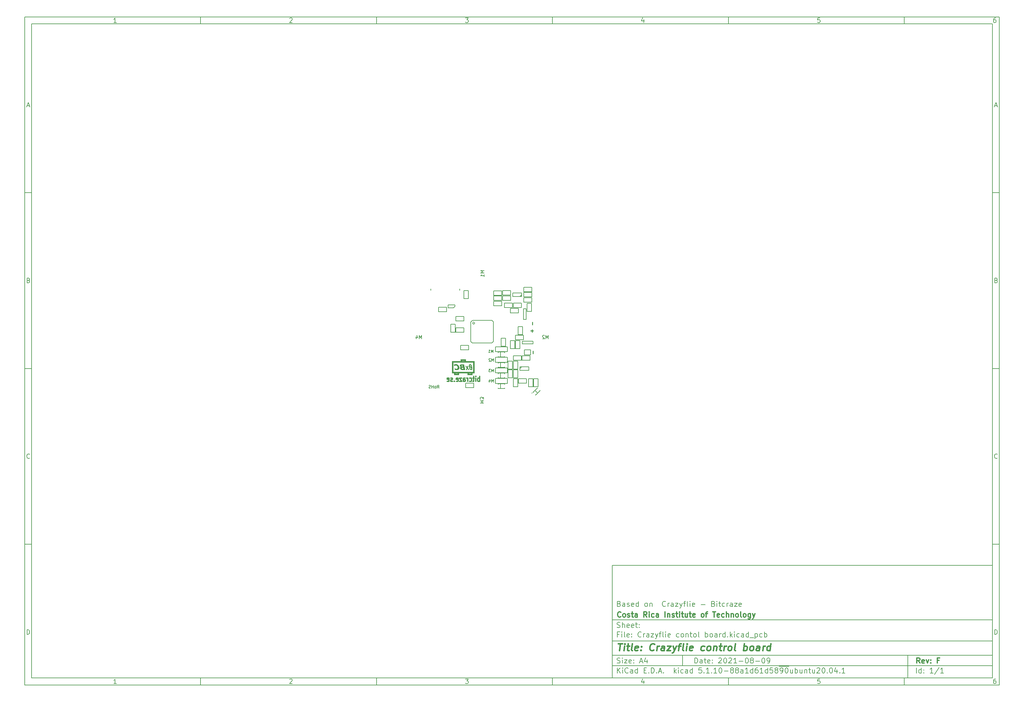
<source format=gbo>
%TF.GenerationSoftware,KiCad,Pcbnew,5.1.10-88a1d61d58~90~ubuntu20.04.1*%
%TF.CreationDate,2021-08-22T20:49:50-06:00*%
%TF.ProjectId,Crazyflie contol board,4372617a-7966-46c6-9965-20636f6e746f,F*%
%TF.SameCoordinates,PX85839e8PY6052f5c*%
%TF.FileFunction,Legend,Bot*%
%TF.FilePolarity,Positive*%
%FSLAX46Y46*%
G04 Gerber Fmt 4.6, Leading zero omitted, Abs format (unit mm)*
G04 Created by KiCad (PCBNEW 5.1.10-88a1d61d58~90~ubuntu20.04.1) date 2021-08-22 20:49:50*
%MOMM*%
%LPD*%
G01*
G04 APERTURE LIST*
%ADD10C,0.020000*%
%ADD11C,0.150000*%
%ADD12C,0.300000*%
%ADD13C,0.400000*%
%ADD14C,0.200025*%
%ADD15C,0.200660*%
%ADD16C,0.248920*%
%ADD17C,0.299720*%
%ADD18C,0.250190*%
%ADD19C,0.251460*%
%ADD20C,0.002540*%
%ADD21C,0.127000*%
G04 APERTURE END LIST*
D10*
D11*
X37002480Y-65004100D02*
X37002480Y-97004100D01*
X145002480Y-97004100D01*
X145002480Y-65004100D01*
X37002480Y-65004100D01*
D10*
D11*
X-129999720Y91003100D02*
X-129999720Y-99004100D01*
X147002480Y-99004100D01*
X147002480Y91003100D01*
X-129999720Y91003100D01*
D10*
D11*
X-127999720Y89003100D02*
X-127999720Y-97004100D01*
X145002480Y-97004100D01*
X145002480Y89003100D01*
X-127999720Y89003100D01*
D10*
D11*
X-79999720Y89003100D02*
X-79999720Y91003100D01*
D10*
D11*
X-29999720Y89003100D02*
X-29999720Y91003100D01*
D10*
D11*
X20000280Y89003100D02*
X20000280Y91003100D01*
D10*
D11*
X70000280Y89003100D02*
X70000280Y91003100D01*
D10*
D11*
X120000280Y89003100D02*
X120000280Y91003100D01*
D10*
D11*
X-103934244Y89415005D02*
X-104677101Y89415005D01*
X-104305673Y89415005D02*
X-104305673Y90715005D01*
X-104429482Y90529291D01*
X-104553292Y90405481D01*
X-104677101Y90343577D01*
D10*
D11*
X-54677101Y90591196D02*
X-54615197Y90653100D01*
X-54491387Y90715005D01*
X-54181863Y90715005D01*
X-54058054Y90653100D01*
X-53996149Y90591196D01*
X-53934244Y90467386D01*
X-53934244Y90343577D01*
X-53996149Y90157862D01*
X-54739006Y89415005D01*
X-53934244Y89415005D01*
D10*
D11*
X-4739006Y90715005D02*
X-3934244Y90715005D01*
X-4367578Y90219767D01*
X-4181863Y90219767D01*
X-4058054Y90157862D01*
X-3996149Y90095958D01*
X-3934244Y89972148D01*
X-3934244Y89662624D01*
X-3996149Y89538815D01*
X-4058054Y89476910D01*
X-4181863Y89415005D01*
X-4553292Y89415005D01*
X-4677101Y89476910D01*
X-4739006Y89538815D01*
D10*
D11*
X45941946Y90281672D02*
X45941946Y89415005D01*
X45632422Y90776910D02*
X45322899Y89848339D01*
X46127660Y89848339D01*
D10*
D11*
X96003851Y90715005D02*
X95384803Y90715005D01*
X95322899Y90095958D01*
X95384803Y90157862D01*
X95508613Y90219767D01*
X95818137Y90219767D01*
X95941946Y90157862D01*
X96003851Y90095958D01*
X96065756Y89972148D01*
X96065756Y89662624D01*
X96003851Y89538815D01*
X95941946Y89476910D01*
X95818137Y89415005D01*
X95508613Y89415005D01*
X95384803Y89476910D01*
X95322899Y89538815D01*
D10*
D11*
X145941946Y90715005D02*
X145694327Y90715005D01*
X145570518Y90653100D01*
X145508613Y90591196D01*
X145384803Y90405481D01*
X145322899Y90157862D01*
X145322899Y89662624D01*
X145384803Y89538815D01*
X145446708Y89476910D01*
X145570518Y89415005D01*
X145818137Y89415005D01*
X145941946Y89476910D01*
X146003851Y89538815D01*
X146065756Y89662624D01*
X146065756Y89972148D01*
X146003851Y90095958D01*
X145941946Y90157862D01*
X145818137Y90219767D01*
X145570518Y90219767D01*
X145446708Y90157862D01*
X145384803Y90095958D01*
X145322899Y89972148D01*
D10*
D11*
X-79999720Y-97004100D02*
X-79999720Y-99004100D01*
D10*
D11*
X-29999720Y-97004100D02*
X-29999720Y-99004100D01*
D10*
D11*
X20000280Y-97004100D02*
X20000280Y-99004100D01*
D10*
D11*
X70000280Y-97004100D02*
X70000280Y-99004100D01*
D10*
D11*
X120000280Y-97004100D02*
X120000280Y-99004100D01*
D10*
D11*
X-103934244Y-98592195D02*
X-104677101Y-98592195D01*
X-104305673Y-98592195D02*
X-104305673Y-97292195D01*
X-104429482Y-97477909D01*
X-104553292Y-97601719D01*
X-104677101Y-97663623D01*
D10*
D11*
X-54677101Y-97416004D02*
X-54615197Y-97354100D01*
X-54491387Y-97292195D01*
X-54181863Y-97292195D01*
X-54058054Y-97354100D01*
X-53996149Y-97416004D01*
X-53934244Y-97539814D01*
X-53934244Y-97663623D01*
X-53996149Y-97849338D01*
X-54739006Y-98592195D01*
X-53934244Y-98592195D01*
D10*
D11*
X-4739006Y-97292195D02*
X-3934244Y-97292195D01*
X-4367578Y-97787433D01*
X-4181863Y-97787433D01*
X-4058054Y-97849338D01*
X-3996149Y-97911242D01*
X-3934244Y-98035052D01*
X-3934244Y-98344576D01*
X-3996149Y-98468385D01*
X-4058054Y-98530290D01*
X-4181863Y-98592195D01*
X-4553292Y-98592195D01*
X-4677101Y-98530290D01*
X-4739006Y-98468385D01*
D10*
D11*
X45941946Y-97725528D02*
X45941946Y-98592195D01*
X45632422Y-97230290D02*
X45322899Y-98158861D01*
X46127660Y-98158861D01*
D10*
D11*
X96003851Y-97292195D02*
X95384803Y-97292195D01*
X95322899Y-97911242D01*
X95384803Y-97849338D01*
X95508613Y-97787433D01*
X95818137Y-97787433D01*
X95941946Y-97849338D01*
X96003851Y-97911242D01*
X96065756Y-98035052D01*
X96065756Y-98344576D01*
X96003851Y-98468385D01*
X95941946Y-98530290D01*
X95818137Y-98592195D01*
X95508613Y-98592195D01*
X95384803Y-98530290D01*
X95322899Y-98468385D01*
D10*
D11*
X145941946Y-97292195D02*
X145694327Y-97292195D01*
X145570518Y-97354100D01*
X145508613Y-97416004D01*
X145384803Y-97601719D01*
X145322899Y-97849338D01*
X145322899Y-98344576D01*
X145384803Y-98468385D01*
X145446708Y-98530290D01*
X145570518Y-98592195D01*
X145818137Y-98592195D01*
X145941946Y-98530290D01*
X146003851Y-98468385D01*
X146065756Y-98344576D01*
X146065756Y-98035052D01*
X146003851Y-97911242D01*
X145941946Y-97849338D01*
X145818137Y-97787433D01*
X145570518Y-97787433D01*
X145446708Y-97849338D01*
X145384803Y-97911242D01*
X145322899Y-98035052D01*
D10*
D11*
X-129999720Y41003100D02*
X-127999720Y41003100D01*
D10*
D11*
X-129999720Y-8996900D02*
X-127999720Y-8996900D01*
D10*
D11*
X-129999720Y-58996900D02*
X-127999720Y-58996900D01*
D10*
D11*
X-129309244Y65786434D02*
X-128690197Y65786434D01*
X-129433054Y65415005D02*
X-128999720Y66715005D01*
X-128566387Y65415005D01*
D10*
D11*
X-128906863Y16095958D02*
X-128721149Y16034053D01*
X-128659244Y15972148D01*
X-128597340Y15848339D01*
X-128597340Y15662624D01*
X-128659244Y15538815D01*
X-128721149Y15476910D01*
X-128844959Y15415005D01*
X-129340197Y15415005D01*
X-129340197Y16715005D01*
X-128906863Y16715005D01*
X-128783054Y16653100D01*
X-128721149Y16591196D01*
X-128659244Y16467386D01*
X-128659244Y16343577D01*
X-128721149Y16219767D01*
X-128783054Y16157862D01*
X-128906863Y16095958D01*
X-129340197Y16095958D01*
D10*
D11*
X-128597340Y-34461185D02*
X-128659244Y-34523090D01*
X-128844959Y-34584995D01*
X-128968768Y-34584995D01*
X-129154482Y-34523090D01*
X-129278292Y-34399280D01*
X-129340197Y-34275471D01*
X-129402101Y-34027852D01*
X-129402101Y-33842138D01*
X-129340197Y-33594519D01*
X-129278292Y-33470709D01*
X-129154482Y-33346900D01*
X-128968768Y-33284995D01*
X-128844959Y-33284995D01*
X-128659244Y-33346900D01*
X-128597340Y-33408804D01*
D10*
D11*
X-129340197Y-84584995D02*
X-129340197Y-83284995D01*
X-129030673Y-83284995D01*
X-128844959Y-83346900D01*
X-128721149Y-83470709D01*
X-128659244Y-83594519D01*
X-128597340Y-83842138D01*
X-128597340Y-84027852D01*
X-128659244Y-84275471D01*
X-128721149Y-84399280D01*
X-128844959Y-84523090D01*
X-129030673Y-84584995D01*
X-129340197Y-84584995D01*
D10*
D11*
X147002480Y41003100D02*
X145002480Y41003100D01*
D10*
D11*
X147002480Y-8996900D02*
X145002480Y-8996900D01*
D10*
D11*
X147002480Y-58996900D02*
X145002480Y-58996900D01*
D10*
D11*
X145692956Y65786434D02*
X146312003Y65786434D01*
X145569146Y65415005D02*
X146002480Y66715005D01*
X146435813Y65415005D01*
D10*
D11*
X146095337Y16095958D02*
X146281051Y16034053D01*
X146342956Y15972148D01*
X146404860Y15848339D01*
X146404860Y15662624D01*
X146342956Y15538815D01*
X146281051Y15476910D01*
X146157241Y15415005D01*
X145662003Y15415005D01*
X145662003Y16715005D01*
X146095337Y16715005D01*
X146219146Y16653100D01*
X146281051Y16591196D01*
X146342956Y16467386D01*
X146342956Y16343577D01*
X146281051Y16219767D01*
X146219146Y16157862D01*
X146095337Y16095958D01*
X145662003Y16095958D01*
D10*
D11*
X146404860Y-34461185D02*
X146342956Y-34523090D01*
X146157241Y-34584995D01*
X146033432Y-34584995D01*
X145847718Y-34523090D01*
X145723908Y-34399280D01*
X145662003Y-34275471D01*
X145600099Y-34027852D01*
X145600099Y-33842138D01*
X145662003Y-33594519D01*
X145723908Y-33470709D01*
X145847718Y-33346900D01*
X146033432Y-33284995D01*
X146157241Y-33284995D01*
X146342956Y-33346900D01*
X146404860Y-33408804D01*
D10*
D11*
X145662003Y-84584995D02*
X145662003Y-83284995D01*
X145971527Y-83284995D01*
X146157241Y-83346900D01*
X146281051Y-83470709D01*
X146342956Y-83594519D01*
X146404860Y-83842138D01*
X146404860Y-84027852D01*
X146342956Y-84275471D01*
X146281051Y-84399280D01*
X146157241Y-84523090D01*
X145971527Y-84584995D01*
X145662003Y-84584995D01*
D10*
D11*
X60434622Y-92782671D02*
X60434622Y-91282671D01*
X60791765Y-91282671D01*
X61006051Y-91354100D01*
X61148908Y-91496957D01*
X61220337Y-91639814D01*
X61291765Y-91925528D01*
X61291765Y-92139814D01*
X61220337Y-92425528D01*
X61148908Y-92568385D01*
X61006051Y-92711242D01*
X60791765Y-92782671D01*
X60434622Y-92782671D01*
X62577480Y-92782671D02*
X62577480Y-91996957D01*
X62506051Y-91854100D01*
X62363194Y-91782671D01*
X62077480Y-91782671D01*
X61934622Y-91854100D01*
X62577480Y-92711242D02*
X62434622Y-92782671D01*
X62077480Y-92782671D01*
X61934622Y-92711242D01*
X61863194Y-92568385D01*
X61863194Y-92425528D01*
X61934622Y-92282671D01*
X62077480Y-92211242D01*
X62434622Y-92211242D01*
X62577480Y-92139814D01*
X63077480Y-91782671D02*
X63648908Y-91782671D01*
X63291765Y-91282671D02*
X63291765Y-92568385D01*
X63363194Y-92711242D01*
X63506051Y-92782671D01*
X63648908Y-92782671D01*
X64720337Y-92711242D02*
X64577480Y-92782671D01*
X64291765Y-92782671D01*
X64148908Y-92711242D01*
X64077480Y-92568385D01*
X64077480Y-91996957D01*
X64148908Y-91854100D01*
X64291765Y-91782671D01*
X64577480Y-91782671D01*
X64720337Y-91854100D01*
X64791765Y-91996957D01*
X64791765Y-92139814D01*
X64077480Y-92282671D01*
X65434622Y-92639814D02*
X65506051Y-92711242D01*
X65434622Y-92782671D01*
X65363194Y-92711242D01*
X65434622Y-92639814D01*
X65434622Y-92782671D01*
X65434622Y-91854100D02*
X65506051Y-91925528D01*
X65434622Y-91996957D01*
X65363194Y-91925528D01*
X65434622Y-91854100D01*
X65434622Y-91996957D01*
X67220337Y-91425528D02*
X67291765Y-91354100D01*
X67434622Y-91282671D01*
X67791765Y-91282671D01*
X67934622Y-91354100D01*
X68006051Y-91425528D01*
X68077480Y-91568385D01*
X68077480Y-91711242D01*
X68006051Y-91925528D01*
X67148908Y-92782671D01*
X68077480Y-92782671D01*
X69006051Y-91282671D02*
X69148908Y-91282671D01*
X69291765Y-91354100D01*
X69363194Y-91425528D01*
X69434622Y-91568385D01*
X69506051Y-91854100D01*
X69506051Y-92211242D01*
X69434622Y-92496957D01*
X69363194Y-92639814D01*
X69291765Y-92711242D01*
X69148908Y-92782671D01*
X69006051Y-92782671D01*
X68863194Y-92711242D01*
X68791765Y-92639814D01*
X68720337Y-92496957D01*
X68648908Y-92211242D01*
X68648908Y-91854100D01*
X68720337Y-91568385D01*
X68791765Y-91425528D01*
X68863194Y-91354100D01*
X69006051Y-91282671D01*
X70077480Y-91425528D02*
X70148908Y-91354100D01*
X70291765Y-91282671D01*
X70648908Y-91282671D01*
X70791765Y-91354100D01*
X70863194Y-91425528D01*
X70934622Y-91568385D01*
X70934622Y-91711242D01*
X70863194Y-91925528D01*
X70006051Y-92782671D01*
X70934622Y-92782671D01*
X72363194Y-92782671D02*
X71506051Y-92782671D01*
X71934622Y-92782671D02*
X71934622Y-91282671D01*
X71791765Y-91496957D01*
X71648908Y-91639814D01*
X71506051Y-91711242D01*
X73006051Y-92211242D02*
X74148908Y-92211242D01*
X75148908Y-91282671D02*
X75291765Y-91282671D01*
X75434622Y-91354100D01*
X75506051Y-91425528D01*
X75577480Y-91568385D01*
X75648908Y-91854100D01*
X75648908Y-92211242D01*
X75577480Y-92496957D01*
X75506051Y-92639814D01*
X75434622Y-92711242D01*
X75291765Y-92782671D01*
X75148908Y-92782671D01*
X75006051Y-92711242D01*
X74934622Y-92639814D01*
X74863194Y-92496957D01*
X74791765Y-92211242D01*
X74791765Y-91854100D01*
X74863194Y-91568385D01*
X74934622Y-91425528D01*
X75006051Y-91354100D01*
X75148908Y-91282671D01*
X76506051Y-91925528D02*
X76363194Y-91854100D01*
X76291765Y-91782671D01*
X76220337Y-91639814D01*
X76220337Y-91568385D01*
X76291765Y-91425528D01*
X76363194Y-91354100D01*
X76506051Y-91282671D01*
X76791765Y-91282671D01*
X76934622Y-91354100D01*
X77006051Y-91425528D01*
X77077480Y-91568385D01*
X77077480Y-91639814D01*
X77006051Y-91782671D01*
X76934622Y-91854100D01*
X76791765Y-91925528D01*
X76506051Y-91925528D01*
X76363194Y-91996957D01*
X76291765Y-92068385D01*
X76220337Y-92211242D01*
X76220337Y-92496957D01*
X76291765Y-92639814D01*
X76363194Y-92711242D01*
X76506051Y-92782671D01*
X76791765Y-92782671D01*
X76934622Y-92711242D01*
X77006051Y-92639814D01*
X77077480Y-92496957D01*
X77077480Y-92211242D01*
X77006051Y-92068385D01*
X76934622Y-91996957D01*
X76791765Y-91925528D01*
X77720337Y-92211242D02*
X78863194Y-92211242D01*
X79863194Y-91282671D02*
X80006051Y-91282671D01*
X80148908Y-91354100D01*
X80220337Y-91425528D01*
X80291765Y-91568385D01*
X80363194Y-91854100D01*
X80363194Y-92211242D01*
X80291765Y-92496957D01*
X80220337Y-92639814D01*
X80148908Y-92711242D01*
X80006051Y-92782671D01*
X79863194Y-92782671D01*
X79720337Y-92711242D01*
X79648908Y-92639814D01*
X79577480Y-92496957D01*
X79506051Y-92211242D01*
X79506051Y-91854100D01*
X79577480Y-91568385D01*
X79648908Y-91425528D01*
X79720337Y-91354100D01*
X79863194Y-91282671D01*
X81077480Y-92782671D02*
X81363194Y-92782671D01*
X81506051Y-92711242D01*
X81577480Y-92639814D01*
X81720337Y-92425528D01*
X81791765Y-92139814D01*
X81791765Y-91568385D01*
X81720337Y-91425528D01*
X81648908Y-91354100D01*
X81506051Y-91282671D01*
X81220337Y-91282671D01*
X81077480Y-91354100D01*
X81006051Y-91425528D01*
X80934622Y-91568385D01*
X80934622Y-91925528D01*
X81006051Y-92068385D01*
X81077480Y-92139814D01*
X81220337Y-92211242D01*
X81506051Y-92211242D01*
X81648908Y-92139814D01*
X81720337Y-92068385D01*
X81791765Y-91925528D01*
D10*
D11*
X37002480Y-93504100D02*
X145002480Y-93504100D01*
D10*
D11*
X38434622Y-95582671D02*
X38434622Y-94082671D01*
X39291765Y-95582671D02*
X38648908Y-94725528D01*
X39291765Y-94082671D02*
X38434622Y-94939814D01*
X39934622Y-95582671D02*
X39934622Y-94582671D01*
X39934622Y-94082671D02*
X39863194Y-94154100D01*
X39934622Y-94225528D01*
X40006051Y-94154100D01*
X39934622Y-94082671D01*
X39934622Y-94225528D01*
X41506051Y-95439814D02*
X41434622Y-95511242D01*
X41220337Y-95582671D01*
X41077480Y-95582671D01*
X40863194Y-95511242D01*
X40720337Y-95368385D01*
X40648908Y-95225528D01*
X40577480Y-94939814D01*
X40577480Y-94725528D01*
X40648908Y-94439814D01*
X40720337Y-94296957D01*
X40863194Y-94154100D01*
X41077480Y-94082671D01*
X41220337Y-94082671D01*
X41434622Y-94154100D01*
X41506051Y-94225528D01*
X42791765Y-95582671D02*
X42791765Y-94796957D01*
X42720337Y-94654100D01*
X42577480Y-94582671D01*
X42291765Y-94582671D01*
X42148908Y-94654100D01*
X42791765Y-95511242D02*
X42648908Y-95582671D01*
X42291765Y-95582671D01*
X42148908Y-95511242D01*
X42077480Y-95368385D01*
X42077480Y-95225528D01*
X42148908Y-95082671D01*
X42291765Y-95011242D01*
X42648908Y-95011242D01*
X42791765Y-94939814D01*
X44148908Y-95582671D02*
X44148908Y-94082671D01*
X44148908Y-95511242D02*
X44006051Y-95582671D01*
X43720337Y-95582671D01*
X43577480Y-95511242D01*
X43506051Y-95439814D01*
X43434622Y-95296957D01*
X43434622Y-94868385D01*
X43506051Y-94725528D01*
X43577480Y-94654100D01*
X43720337Y-94582671D01*
X44006051Y-94582671D01*
X44148908Y-94654100D01*
X46006051Y-94796957D02*
X46506051Y-94796957D01*
X46720337Y-95582671D02*
X46006051Y-95582671D01*
X46006051Y-94082671D01*
X46720337Y-94082671D01*
X47363194Y-95439814D02*
X47434622Y-95511242D01*
X47363194Y-95582671D01*
X47291765Y-95511242D01*
X47363194Y-95439814D01*
X47363194Y-95582671D01*
X48077480Y-95582671D02*
X48077480Y-94082671D01*
X48434622Y-94082671D01*
X48648908Y-94154100D01*
X48791765Y-94296957D01*
X48863194Y-94439814D01*
X48934622Y-94725528D01*
X48934622Y-94939814D01*
X48863194Y-95225528D01*
X48791765Y-95368385D01*
X48648908Y-95511242D01*
X48434622Y-95582671D01*
X48077480Y-95582671D01*
X49577480Y-95439814D02*
X49648908Y-95511242D01*
X49577480Y-95582671D01*
X49506051Y-95511242D01*
X49577480Y-95439814D01*
X49577480Y-95582671D01*
X50220337Y-95154100D02*
X50934622Y-95154100D01*
X50077480Y-95582671D02*
X50577480Y-94082671D01*
X51077480Y-95582671D01*
X51577480Y-95439814D02*
X51648908Y-95511242D01*
X51577480Y-95582671D01*
X51506051Y-95511242D01*
X51577480Y-95439814D01*
X51577480Y-95582671D01*
X54577480Y-95582671D02*
X54577480Y-94082671D01*
X54720337Y-95011242D02*
X55148908Y-95582671D01*
X55148908Y-94582671D02*
X54577480Y-95154100D01*
X55791765Y-95582671D02*
X55791765Y-94582671D01*
X55791765Y-94082671D02*
X55720337Y-94154100D01*
X55791765Y-94225528D01*
X55863194Y-94154100D01*
X55791765Y-94082671D01*
X55791765Y-94225528D01*
X57148908Y-95511242D02*
X57006051Y-95582671D01*
X56720337Y-95582671D01*
X56577480Y-95511242D01*
X56506051Y-95439814D01*
X56434622Y-95296957D01*
X56434622Y-94868385D01*
X56506051Y-94725528D01*
X56577480Y-94654100D01*
X56720337Y-94582671D01*
X57006051Y-94582671D01*
X57148908Y-94654100D01*
X58434622Y-95582671D02*
X58434622Y-94796957D01*
X58363194Y-94654100D01*
X58220337Y-94582671D01*
X57934622Y-94582671D01*
X57791765Y-94654100D01*
X58434622Y-95511242D02*
X58291765Y-95582671D01*
X57934622Y-95582671D01*
X57791765Y-95511242D01*
X57720337Y-95368385D01*
X57720337Y-95225528D01*
X57791765Y-95082671D01*
X57934622Y-95011242D01*
X58291765Y-95011242D01*
X58434622Y-94939814D01*
X59791765Y-95582671D02*
X59791765Y-94082671D01*
X59791765Y-95511242D02*
X59648908Y-95582671D01*
X59363194Y-95582671D01*
X59220337Y-95511242D01*
X59148908Y-95439814D01*
X59077480Y-95296957D01*
X59077480Y-94868385D01*
X59148908Y-94725528D01*
X59220337Y-94654100D01*
X59363194Y-94582671D01*
X59648908Y-94582671D01*
X59791765Y-94654100D01*
X62363194Y-94082671D02*
X61648908Y-94082671D01*
X61577480Y-94796957D01*
X61648908Y-94725528D01*
X61791765Y-94654100D01*
X62148908Y-94654100D01*
X62291765Y-94725528D01*
X62363194Y-94796957D01*
X62434622Y-94939814D01*
X62434622Y-95296957D01*
X62363194Y-95439814D01*
X62291765Y-95511242D01*
X62148908Y-95582671D01*
X61791765Y-95582671D01*
X61648908Y-95511242D01*
X61577480Y-95439814D01*
X63077480Y-95439814D02*
X63148908Y-95511242D01*
X63077480Y-95582671D01*
X63006051Y-95511242D01*
X63077480Y-95439814D01*
X63077480Y-95582671D01*
X64577480Y-95582671D02*
X63720337Y-95582671D01*
X64148908Y-95582671D02*
X64148908Y-94082671D01*
X64006051Y-94296957D01*
X63863194Y-94439814D01*
X63720337Y-94511242D01*
X65220337Y-95439814D02*
X65291765Y-95511242D01*
X65220337Y-95582671D01*
X65148908Y-95511242D01*
X65220337Y-95439814D01*
X65220337Y-95582671D01*
X66720337Y-95582671D02*
X65863194Y-95582671D01*
X66291765Y-95582671D02*
X66291765Y-94082671D01*
X66148908Y-94296957D01*
X66006051Y-94439814D01*
X65863194Y-94511242D01*
X67648908Y-94082671D02*
X67791765Y-94082671D01*
X67934622Y-94154100D01*
X68006051Y-94225528D01*
X68077480Y-94368385D01*
X68148908Y-94654100D01*
X68148908Y-95011242D01*
X68077480Y-95296957D01*
X68006051Y-95439814D01*
X67934622Y-95511242D01*
X67791765Y-95582671D01*
X67648908Y-95582671D01*
X67506051Y-95511242D01*
X67434622Y-95439814D01*
X67363194Y-95296957D01*
X67291765Y-95011242D01*
X67291765Y-94654100D01*
X67363194Y-94368385D01*
X67434622Y-94225528D01*
X67506051Y-94154100D01*
X67648908Y-94082671D01*
X68791765Y-95011242D02*
X69934622Y-95011242D01*
X70863194Y-94725528D02*
X70720337Y-94654100D01*
X70648908Y-94582671D01*
X70577480Y-94439814D01*
X70577480Y-94368385D01*
X70648908Y-94225528D01*
X70720337Y-94154100D01*
X70863194Y-94082671D01*
X71148908Y-94082671D01*
X71291765Y-94154100D01*
X71363194Y-94225528D01*
X71434622Y-94368385D01*
X71434622Y-94439814D01*
X71363194Y-94582671D01*
X71291765Y-94654100D01*
X71148908Y-94725528D01*
X70863194Y-94725528D01*
X70720337Y-94796957D01*
X70648908Y-94868385D01*
X70577480Y-95011242D01*
X70577480Y-95296957D01*
X70648908Y-95439814D01*
X70720337Y-95511242D01*
X70863194Y-95582671D01*
X71148908Y-95582671D01*
X71291765Y-95511242D01*
X71363194Y-95439814D01*
X71434622Y-95296957D01*
X71434622Y-95011242D01*
X71363194Y-94868385D01*
X71291765Y-94796957D01*
X71148908Y-94725528D01*
X72291765Y-94725528D02*
X72148908Y-94654100D01*
X72077480Y-94582671D01*
X72006051Y-94439814D01*
X72006051Y-94368385D01*
X72077480Y-94225528D01*
X72148908Y-94154100D01*
X72291765Y-94082671D01*
X72577480Y-94082671D01*
X72720337Y-94154100D01*
X72791765Y-94225528D01*
X72863194Y-94368385D01*
X72863194Y-94439814D01*
X72791765Y-94582671D01*
X72720337Y-94654100D01*
X72577480Y-94725528D01*
X72291765Y-94725528D01*
X72148908Y-94796957D01*
X72077480Y-94868385D01*
X72006051Y-95011242D01*
X72006051Y-95296957D01*
X72077480Y-95439814D01*
X72148908Y-95511242D01*
X72291765Y-95582671D01*
X72577480Y-95582671D01*
X72720337Y-95511242D01*
X72791765Y-95439814D01*
X72863194Y-95296957D01*
X72863194Y-95011242D01*
X72791765Y-94868385D01*
X72720337Y-94796957D01*
X72577480Y-94725528D01*
X74148908Y-95582671D02*
X74148908Y-94796957D01*
X74077480Y-94654100D01*
X73934622Y-94582671D01*
X73648908Y-94582671D01*
X73506051Y-94654100D01*
X74148908Y-95511242D02*
X74006051Y-95582671D01*
X73648908Y-95582671D01*
X73506051Y-95511242D01*
X73434622Y-95368385D01*
X73434622Y-95225528D01*
X73506051Y-95082671D01*
X73648908Y-95011242D01*
X74006051Y-95011242D01*
X74148908Y-94939814D01*
X75648908Y-95582671D02*
X74791765Y-95582671D01*
X75220337Y-95582671D02*
X75220337Y-94082671D01*
X75077480Y-94296957D01*
X74934622Y-94439814D01*
X74791765Y-94511242D01*
X76934622Y-95582671D02*
X76934622Y-94082671D01*
X76934622Y-95511242D02*
X76791765Y-95582671D01*
X76506051Y-95582671D01*
X76363194Y-95511242D01*
X76291765Y-95439814D01*
X76220337Y-95296957D01*
X76220337Y-94868385D01*
X76291765Y-94725528D01*
X76363194Y-94654100D01*
X76506051Y-94582671D01*
X76791765Y-94582671D01*
X76934622Y-94654100D01*
X78291765Y-94082671D02*
X78006051Y-94082671D01*
X77863194Y-94154100D01*
X77791765Y-94225528D01*
X77648908Y-94439814D01*
X77577480Y-94725528D01*
X77577480Y-95296957D01*
X77648908Y-95439814D01*
X77720337Y-95511242D01*
X77863194Y-95582671D01*
X78148908Y-95582671D01*
X78291765Y-95511242D01*
X78363194Y-95439814D01*
X78434622Y-95296957D01*
X78434622Y-94939814D01*
X78363194Y-94796957D01*
X78291765Y-94725528D01*
X78148908Y-94654100D01*
X77863194Y-94654100D01*
X77720337Y-94725528D01*
X77648908Y-94796957D01*
X77577480Y-94939814D01*
X79863194Y-95582671D02*
X79006051Y-95582671D01*
X79434622Y-95582671D02*
X79434622Y-94082671D01*
X79291765Y-94296957D01*
X79148908Y-94439814D01*
X79006051Y-94511242D01*
X81148908Y-95582671D02*
X81148908Y-94082671D01*
X81148908Y-95511242D02*
X81006051Y-95582671D01*
X80720337Y-95582671D01*
X80577480Y-95511242D01*
X80506051Y-95439814D01*
X80434622Y-95296957D01*
X80434622Y-94868385D01*
X80506051Y-94725528D01*
X80577480Y-94654100D01*
X80720337Y-94582671D01*
X81006051Y-94582671D01*
X81148908Y-94654100D01*
X82577480Y-94082671D02*
X81863194Y-94082671D01*
X81791765Y-94796957D01*
X81863194Y-94725528D01*
X82006051Y-94654100D01*
X82363194Y-94654100D01*
X82506051Y-94725528D01*
X82577480Y-94796957D01*
X82648908Y-94939814D01*
X82648908Y-95296957D01*
X82577480Y-95439814D01*
X82506051Y-95511242D01*
X82363194Y-95582671D01*
X82006051Y-95582671D01*
X81863194Y-95511242D01*
X81791765Y-95439814D01*
X83506051Y-94725528D02*
X83363194Y-94654100D01*
X83291765Y-94582671D01*
X83220337Y-94439814D01*
X83220337Y-94368385D01*
X83291765Y-94225528D01*
X83363194Y-94154100D01*
X83506051Y-94082671D01*
X83791765Y-94082671D01*
X83934622Y-94154100D01*
X84006051Y-94225528D01*
X84077480Y-94368385D01*
X84077480Y-94439814D01*
X84006051Y-94582671D01*
X83934622Y-94654100D01*
X83791765Y-94725528D01*
X83506051Y-94725528D01*
X83363194Y-94796957D01*
X83291765Y-94868385D01*
X83220337Y-95011242D01*
X83220337Y-95296957D01*
X83291765Y-95439814D01*
X83363194Y-95511242D01*
X83506051Y-95582671D01*
X83791765Y-95582671D01*
X83934622Y-95511242D01*
X84006051Y-95439814D01*
X84077480Y-95296957D01*
X84077480Y-95011242D01*
X84006051Y-94868385D01*
X83934622Y-94796957D01*
X83791765Y-94725528D01*
X84363194Y-93674100D02*
X85791765Y-93674100D01*
X84791765Y-95582671D02*
X85077480Y-95582671D01*
X85220337Y-95511242D01*
X85291765Y-95439814D01*
X85434622Y-95225528D01*
X85506051Y-94939814D01*
X85506051Y-94368385D01*
X85434622Y-94225528D01*
X85363194Y-94154100D01*
X85220337Y-94082671D01*
X84934622Y-94082671D01*
X84791765Y-94154100D01*
X84720337Y-94225528D01*
X84648908Y-94368385D01*
X84648908Y-94725528D01*
X84720337Y-94868385D01*
X84791765Y-94939814D01*
X84934622Y-95011242D01*
X85220337Y-95011242D01*
X85363194Y-94939814D01*
X85434622Y-94868385D01*
X85506051Y-94725528D01*
X85791765Y-93674100D02*
X87220337Y-93674100D01*
X86434622Y-94082671D02*
X86577479Y-94082671D01*
X86720337Y-94154100D01*
X86791765Y-94225528D01*
X86863194Y-94368385D01*
X86934622Y-94654100D01*
X86934622Y-95011242D01*
X86863194Y-95296957D01*
X86791765Y-95439814D01*
X86720337Y-95511242D01*
X86577479Y-95582671D01*
X86434622Y-95582671D01*
X86291765Y-95511242D01*
X86220337Y-95439814D01*
X86148908Y-95296957D01*
X86077479Y-95011242D01*
X86077479Y-94654100D01*
X86148908Y-94368385D01*
X86220337Y-94225528D01*
X86291765Y-94154100D01*
X86434622Y-94082671D01*
X88220337Y-94582671D02*
X88220337Y-95582671D01*
X87577479Y-94582671D02*
X87577479Y-95368385D01*
X87648908Y-95511242D01*
X87791765Y-95582671D01*
X88006051Y-95582671D01*
X88148908Y-95511242D01*
X88220337Y-95439814D01*
X88934622Y-95582671D02*
X88934622Y-94082671D01*
X88934622Y-94654100D02*
X89077479Y-94582671D01*
X89363194Y-94582671D01*
X89506051Y-94654100D01*
X89577479Y-94725528D01*
X89648908Y-94868385D01*
X89648908Y-95296957D01*
X89577479Y-95439814D01*
X89506051Y-95511242D01*
X89363194Y-95582671D01*
X89077479Y-95582671D01*
X88934622Y-95511242D01*
X90934622Y-94582671D02*
X90934622Y-95582671D01*
X90291765Y-94582671D02*
X90291765Y-95368385D01*
X90363194Y-95511242D01*
X90506051Y-95582671D01*
X90720337Y-95582671D01*
X90863194Y-95511242D01*
X90934622Y-95439814D01*
X91648908Y-94582671D02*
X91648908Y-95582671D01*
X91648908Y-94725528D02*
X91720337Y-94654100D01*
X91863194Y-94582671D01*
X92077479Y-94582671D01*
X92220337Y-94654100D01*
X92291765Y-94796957D01*
X92291765Y-95582671D01*
X92791765Y-94582671D02*
X93363194Y-94582671D01*
X93006051Y-94082671D02*
X93006051Y-95368385D01*
X93077479Y-95511242D01*
X93220337Y-95582671D01*
X93363194Y-95582671D01*
X94506051Y-94582671D02*
X94506051Y-95582671D01*
X93863194Y-94582671D02*
X93863194Y-95368385D01*
X93934622Y-95511242D01*
X94077480Y-95582671D01*
X94291765Y-95582671D01*
X94434622Y-95511242D01*
X94506051Y-95439814D01*
X95148908Y-94225528D02*
X95220337Y-94154100D01*
X95363194Y-94082671D01*
X95720337Y-94082671D01*
X95863194Y-94154100D01*
X95934622Y-94225528D01*
X96006051Y-94368385D01*
X96006051Y-94511242D01*
X95934622Y-94725528D01*
X95077480Y-95582671D01*
X96006051Y-95582671D01*
X96934622Y-94082671D02*
X97077479Y-94082671D01*
X97220337Y-94154100D01*
X97291765Y-94225528D01*
X97363194Y-94368385D01*
X97434622Y-94654100D01*
X97434622Y-95011242D01*
X97363194Y-95296957D01*
X97291765Y-95439814D01*
X97220337Y-95511242D01*
X97077479Y-95582671D01*
X96934622Y-95582671D01*
X96791765Y-95511242D01*
X96720337Y-95439814D01*
X96648908Y-95296957D01*
X96577479Y-95011242D01*
X96577479Y-94654100D01*
X96648908Y-94368385D01*
X96720337Y-94225528D01*
X96791765Y-94154100D01*
X96934622Y-94082671D01*
X98077479Y-95439814D02*
X98148908Y-95511242D01*
X98077479Y-95582671D01*
X98006051Y-95511242D01*
X98077479Y-95439814D01*
X98077479Y-95582671D01*
X99077479Y-94082671D02*
X99220337Y-94082671D01*
X99363194Y-94154100D01*
X99434622Y-94225528D01*
X99506051Y-94368385D01*
X99577479Y-94654100D01*
X99577479Y-95011242D01*
X99506051Y-95296957D01*
X99434622Y-95439814D01*
X99363194Y-95511242D01*
X99220337Y-95582671D01*
X99077479Y-95582671D01*
X98934622Y-95511242D01*
X98863194Y-95439814D01*
X98791765Y-95296957D01*
X98720337Y-95011242D01*
X98720337Y-94654100D01*
X98791765Y-94368385D01*
X98863194Y-94225528D01*
X98934622Y-94154100D01*
X99077479Y-94082671D01*
X100863194Y-94582671D02*
X100863194Y-95582671D01*
X100506051Y-94011242D02*
X100148908Y-95082671D01*
X101077479Y-95082671D01*
X101648908Y-95439814D02*
X101720337Y-95511242D01*
X101648908Y-95582671D01*
X101577479Y-95511242D01*
X101648908Y-95439814D01*
X101648908Y-95582671D01*
X103148908Y-95582671D02*
X102291765Y-95582671D01*
X102720337Y-95582671D02*
X102720337Y-94082671D01*
X102577479Y-94296957D01*
X102434622Y-94439814D01*
X102291765Y-94511242D01*
D10*
D11*
X37002480Y-90504100D02*
X145002480Y-90504100D01*
D10*
D12*
X124411765Y-92782671D02*
X123911765Y-92068385D01*
X123554622Y-92782671D02*
X123554622Y-91282671D01*
X124126051Y-91282671D01*
X124268908Y-91354100D01*
X124340337Y-91425528D01*
X124411765Y-91568385D01*
X124411765Y-91782671D01*
X124340337Y-91925528D01*
X124268908Y-91996957D01*
X124126051Y-92068385D01*
X123554622Y-92068385D01*
X125626051Y-92711242D02*
X125483194Y-92782671D01*
X125197480Y-92782671D01*
X125054622Y-92711242D01*
X124983194Y-92568385D01*
X124983194Y-91996957D01*
X125054622Y-91854100D01*
X125197480Y-91782671D01*
X125483194Y-91782671D01*
X125626051Y-91854100D01*
X125697480Y-91996957D01*
X125697480Y-92139814D01*
X124983194Y-92282671D01*
X126197480Y-91782671D02*
X126554622Y-92782671D01*
X126911765Y-91782671D01*
X127483194Y-92639814D02*
X127554622Y-92711242D01*
X127483194Y-92782671D01*
X127411765Y-92711242D01*
X127483194Y-92639814D01*
X127483194Y-92782671D01*
X127483194Y-91854100D02*
X127554622Y-91925528D01*
X127483194Y-91996957D01*
X127411765Y-91925528D01*
X127483194Y-91854100D01*
X127483194Y-91996957D01*
X129840337Y-91996957D02*
X129340337Y-91996957D01*
X129340337Y-92782671D02*
X129340337Y-91282671D01*
X130054622Y-91282671D01*
D10*
D11*
X38363194Y-92711242D02*
X38577480Y-92782671D01*
X38934622Y-92782671D01*
X39077480Y-92711242D01*
X39148908Y-92639814D01*
X39220337Y-92496957D01*
X39220337Y-92354100D01*
X39148908Y-92211242D01*
X39077480Y-92139814D01*
X38934622Y-92068385D01*
X38648908Y-91996957D01*
X38506051Y-91925528D01*
X38434622Y-91854100D01*
X38363194Y-91711242D01*
X38363194Y-91568385D01*
X38434622Y-91425528D01*
X38506051Y-91354100D01*
X38648908Y-91282671D01*
X39006051Y-91282671D01*
X39220337Y-91354100D01*
X39863194Y-92782671D02*
X39863194Y-91782671D01*
X39863194Y-91282671D02*
X39791765Y-91354100D01*
X39863194Y-91425528D01*
X39934622Y-91354100D01*
X39863194Y-91282671D01*
X39863194Y-91425528D01*
X40434622Y-91782671D02*
X41220337Y-91782671D01*
X40434622Y-92782671D01*
X41220337Y-92782671D01*
X42363194Y-92711242D02*
X42220337Y-92782671D01*
X41934622Y-92782671D01*
X41791765Y-92711242D01*
X41720337Y-92568385D01*
X41720337Y-91996957D01*
X41791765Y-91854100D01*
X41934622Y-91782671D01*
X42220337Y-91782671D01*
X42363194Y-91854100D01*
X42434622Y-91996957D01*
X42434622Y-92139814D01*
X41720337Y-92282671D01*
X43077480Y-92639814D02*
X43148908Y-92711242D01*
X43077480Y-92782671D01*
X43006051Y-92711242D01*
X43077480Y-92639814D01*
X43077480Y-92782671D01*
X43077480Y-91854100D02*
X43148908Y-91925528D01*
X43077480Y-91996957D01*
X43006051Y-91925528D01*
X43077480Y-91854100D01*
X43077480Y-91996957D01*
X44863194Y-92354100D02*
X45577480Y-92354100D01*
X44720337Y-92782671D02*
X45220337Y-91282671D01*
X45720337Y-92782671D01*
X46863194Y-91782671D02*
X46863194Y-92782671D01*
X46506051Y-91211242D02*
X46148908Y-92282671D01*
X47077480Y-92282671D01*
D10*
D11*
X123434622Y-95582671D02*
X123434622Y-94082671D01*
X124791765Y-95582671D02*
X124791765Y-94082671D01*
X124791765Y-95511242D02*
X124648908Y-95582671D01*
X124363194Y-95582671D01*
X124220337Y-95511242D01*
X124148908Y-95439814D01*
X124077480Y-95296957D01*
X124077480Y-94868385D01*
X124148908Y-94725528D01*
X124220337Y-94654100D01*
X124363194Y-94582671D01*
X124648908Y-94582671D01*
X124791765Y-94654100D01*
X125506051Y-95439814D02*
X125577480Y-95511242D01*
X125506051Y-95582671D01*
X125434622Y-95511242D01*
X125506051Y-95439814D01*
X125506051Y-95582671D01*
X125506051Y-94654100D02*
X125577480Y-94725528D01*
X125506051Y-94796957D01*
X125434622Y-94725528D01*
X125506051Y-94654100D01*
X125506051Y-94796957D01*
X128148908Y-95582671D02*
X127291765Y-95582671D01*
X127720337Y-95582671D02*
X127720337Y-94082671D01*
X127577480Y-94296957D01*
X127434622Y-94439814D01*
X127291765Y-94511242D01*
X129863194Y-94011242D02*
X128577480Y-95939814D01*
X131148908Y-95582671D02*
X130291765Y-95582671D01*
X130720337Y-95582671D02*
X130720337Y-94082671D01*
X130577480Y-94296957D01*
X130434622Y-94439814D01*
X130291765Y-94511242D01*
D10*
D11*
X37002480Y-86504100D02*
X145002480Y-86504100D01*
D10*
D13*
X38714860Y-87208861D02*
X39857718Y-87208861D01*
X39036289Y-89208861D02*
X39286289Y-87208861D01*
X40274384Y-89208861D02*
X40441051Y-87875528D01*
X40524384Y-87208861D02*
X40417241Y-87304100D01*
X40500575Y-87399338D01*
X40607718Y-87304100D01*
X40524384Y-87208861D01*
X40500575Y-87399338D01*
X41107718Y-87875528D02*
X41869622Y-87875528D01*
X41476765Y-87208861D02*
X41262480Y-88923147D01*
X41333908Y-89113623D01*
X41512480Y-89208861D01*
X41702956Y-89208861D01*
X42655337Y-89208861D02*
X42476765Y-89113623D01*
X42405337Y-88923147D01*
X42619622Y-87208861D01*
X44191051Y-89113623D02*
X43988670Y-89208861D01*
X43607718Y-89208861D01*
X43429146Y-89113623D01*
X43357718Y-88923147D01*
X43452956Y-88161242D01*
X43572003Y-87970766D01*
X43774384Y-87875528D01*
X44155337Y-87875528D01*
X44333908Y-87970766D01*
X44405337Y-88161242D01*
X44381527Y-88351719D01*
X43405337Y-88542195D01*
X45155337Y-89018385D02*
X45238670Y-89113623D01*
X45131527Y-89208861D01*
X45048194Y-89113623D01*
X45155337Y-89018385D01*
X45131527Y-89208861D01*
X45286289Y-87970766D02*
X45369622Y-88066004D01*
X45262480Y-88161242D01*
X45179146Y-88066004D01*
X45286289Y-87970766D01*
X45262480Y-88161242D01*
X48774384Y-89018385D02*
X48667241Y-89113623D01*
X48369622Y-89208861D01*
X48179146Y-89208861D01*
X47905337Y-89113623D01*
X47738670Y-88923147D01*
X47667241Y-88732671D01*
X47619622Y-88351719D01*
X47655337Y-88066004D01*
X47798194Y-87685052D01*
X47917241Y-87494576D01*
X48131527Y-87304100D01*
X48429146Y-87208861D01*
X48619622Y-87208861D01*
X48893432Y-87304100D01*
X48976765Y-87399338D01*
X49607718Y-89208861D02*
X49774384Y-87875528D01*
X49726765Y-88256480D02*
X49845813Y-88066004D01*
X49952956Y-87970766D01*
X50155337Y-87875528D01*
X50345813Y-87875528D01*
X51702956Y-89208861D02*
X51833908Y-88161242D01*
X51762480Y-87970766D01*
X51583908Y-87875528D01*
X51202956Y-87875528D01*
X51000575Y-87970766D01*
X51714860Y-89113623D02*
X51512480Y-89208861D01*
X51036289Y-89208861D01*
X50857718Y-89113623D01*
X50786289Y-88923147D01*
X50810099Y-88732671D01*
X50929146Y-88542195D01*
X51131527Y-88446957D01*
X51607718Y-88446957D01*
X51810099Y-88351719D01*
X52631527Y-87875528D02*
X53679146Y-87875528D01*
X52464860Y-89208861D01*
X53512480Y-89208861D01*
X54250575Y-87875528D02*
X54560099Y-89208861D01*
X55202956Y-87875528D02*
X54560099Y-89208861D01*
X54310099Y-89685052D01*
X54202956Y-89780290D01*
X54000575Y-89875528D01*
X55679146Y-87875528D02*
X56441051Y-87875528D01*
X55798194Y-89208861D02*
X56012480Y-87494576D01*
X56131527Y-87304100D01*
X56333908Y-87208861D01*
X56524384Y-87208861D01*
X57226765Y-89208861D02*
X57048194Y-89113623D01*
X56976765Y-88923147D01*
X57191051Y-87208861D01*
X57988670Y-89208861D02*
X58155337Y-87875528D01*
X58238670Y-87208861D02*
X58131527Y-87304100D01*
X58214860Y-87399338D01*
X58322003Y-87304100D01*
X58238670Y-87208861D01*
X58214860Y-87399338D01*
X59714860Y-89113623D02*
X59512480Y-89208861D01*
X59131527Y-89208861D01*
X58952956Y-89113623D01*
X58881527Y-88923147D01*
X58976765Y-88161242D01*
X59095813Y-87970766D01*
X59298194Y-87875528D01*
X59679146Y-87875528D01*
X59857718Y-87970766D01*
X59929146Y-88161242D01*
X59905337Y-88351719D01*
X58929146Y-88542195D01*
X63048194Y-89113623D02*
X62845813Y-89208861D01*
X62464860Y-89208861D01*
X62286289Y-89113623D01*
X62202956Y-89018385D01*
X62131527Y-88827909D01*
X62202956Y-88256480D01*
X62322003Y-88066004D01*
X62429146Y-87970766D01*
X62631527Y-87875528D01*
X63012480Y-87875528D01*
X63191051Y-87970766D01*
X64179146Y-89208861D02*
X64000575Y-89113623D01*
X63917241Y-89018385D01*
X63845813Y-88827909D01*
X63917241Y-88256480D01*
X64036289Y-88066004D01*
X64143432Y-87970766D01*
X64345813Y-87875528D01*
X64631527Y-87875528D01*
X64810099Y-87970766D01*
X64893432Y-88066004D01*
X64964860Y-88256480D01*
X64893432Y-88827909D01*
X64774384Y-89018385D01*
X64667241Y-89113623D01*
X64464860Y-89208861D01*
X64179146Y-89208861D01*
X65869622Y-87875528D02*
X65702956Y-89208861D01*
X65845813Y-88066004D02*
X65952956Y-87970766D01*
X66155337Y-87875528D01*
X66441051Y-87875528D01*
X66619622Y-87970766D01*
X66691051Y-88161242D01*
X66560099Y-89208861D01*
X67393432Y-87875528D02*
X68155337Y-87875528D01*
X67762480Y-87208861D02*
X67548194Y-88923147D01*
X67619622Y-89113623D01*
X67798194Y-89208861D01*
X67988670Y-89208861D01*
X68655337Y-89208861D02*
X68822003Y-87875528D01*
X68774384Y-88256480D02*
X68893432Y-88066004D01*
X69000575Y-87970766D01*
X69202956Y-87875528D01*
X69393432Y-87875528D01*
X70179146Y-89208861D02*
X70000575Y-89113623D01*
X69917241Y-89018385D01*
X69845813Y-88827909D01*
X69917241Y-88256480D01*
X70036289Y-88066004D01*
X70143432Y-87970766D01*
X70345813Y-87875528D01*
X70631527Y-87875528D01*
X70810099Y-87970766D01*
X70893432Y-88066004D01*
X70964860Y-88256480D01*
X70893432Y-88827909D01*
X70774384Y-89018385D01*
X70667241Y-89113623D01*
X70464860Y-89208861D01*
X70179146Y-89208861D01*
X71988670Y-89208861D02*
X71810099Y-89113623D01*
X71738670Y-88923147D01*
X71952956Y-87208861D01*
X74274384Y-89208861D02*
X74524384Y-87208861D01*
X74429146Y-87970766D02*
X74631527Y-87875528D01*
X75012480Y-87875528D01*
X75191051Y-87970766D01*
X75274384Y-88066004D01*
X75345813Y-88256480D01*
X75274384Y-88827909D01*
X75155337Y-89018385D01*
X75048194Y-89113623D01*
X74845813Y-89208861D01*
X74464860Y-89208861D01*
X74286289Y-89113623D01*
X76369622Y-89208861D02*
X76191051Y-89113623D01*
X76107718Y-89018385D01*
X76036289Y-88827909D01*
X76107718Y-88256480D01*
X76226765Y-88066004D01*
X76333908Y-87970766D01*
X76536289Y-87875528D01*
X76822003Y-87875528D01*
X77000575Y-87970766D01*
X77083908Y-88066004D01*
X77155337Y-88256480D01*
X77083908Y-88827909D01*
X76964860Y-89018385D01*
X76857718Y-89113623D01*
X76655337Y-89208861D01*
X76369622Y-89208861D01*
X78750575Y-89208861D02*
X78881527Y-88161242D01*
X78810099Y-87970766D01*
X78631527Y-87875528D01*
X78250575Y-87875528D01*
X78048194Y-87970766D01*
X78762480Y-89113623D02*
X78560099Y-89208861D01*
X78083908Y-89208861D01*
X77905337Y-89113623D01*
X77833908Y-88923147D01*
X77857718Y-88732671D01*
X77976765Y-88542195D01*
X78179146Y-88446957D01*
X78655337Y-88446957D01*
X78857718Y-88351719D01*
X79702956Y-89208861D02*
X79869622Y-87875528D01*
X79822003Y-88256480D02*
X79941051Y-88066004D01*
X80048194Y-87970766D01*
X80250575Y-87875528D01*
X80441051Y-87875528D01*
X81798194Y-89208861D02*
X82048194Y-87208861D01*
X81810099Y-89113623D02*
X81607718Y-89208861D01*
X81226765Y-89208861D01*
X81048194Y-89113623D01*
X80964860Y-89018385D01*
X80893432Y-88827909D01*
X80964860Y-88256480D01*
X81083908Y-88066004D01*
X81191051Y-87970766D01*
X81393432Y-87875528D01*
X81774384Y-87875528D01*
X81952956Y-87970766D01*
D10*
D11*
X38934622Y-84596957D02*
X38434622Y-84596957D01*
X38434622Y-85382671D02*
X38434622Y-83882671D01*
X39148908Y-83882671D01*
X39720337Y-85382671D02*
X39720337Y-84382671D01*
X39720337Y-83882671D02*
X39648908Y-83954100D01*
X39720337Y-84025528D01*
X39791765Y-83954100D01*
X39720337Y-83882671D01*
X39720337Y-84025528D01*
X40648908Y-85382671D02*
X40506051Y-85311242D01*
X40434622Y-85168385D01*
X40434622Y-83882671D01*
X41791765Y-85311242D02*
X41648908Y-85382671D01*
X41363194Y-85382671D01*
X41220337Y-85311242D01*
X41148908Y-85168385D01*
X41148908Y-84596957D01*
X41220337Y-84454100D01*
X41363194Y-84382671D01*
X41648908Y-84382671D01*
X41791765Y-84454100D01*
X41863194Y-84596957D01*
X41863194Y-84739814D01*
X41148908Y-84882671D01*
X42506051Y-85239814D02*
X42577480Y-85311242D01*
X42506051Y-85382671D01*
X42434622Y-85311242D01*
X42506051Y-85239814D01*
X42506051Y-85382671D01*
X42506051Y-84454100D02*
X42577480Y-84525528D01*
X42506051Y-84596957D01*
X42434622Y-84525528D01*
X42506051Y-84454100D01*
X42506051Y-84596957D01*
X45220337Y-85239814D02*
X45148908Y-85311242D01*
X44934622Y-85382671D01*
X44791765Y-85382671D01*
X44577480Y-85311242D01*
X44434622Y-85168385D01*
X44363194Y-85025528D01*
X44291765Y-84739814D01*
X44291765Y-84525528D01*
X44363194Y-84239814D01*
X44434622Y-84096957D01*
X44577480Y-83954100D01*
X44791765Y-83882671D01*
X44934622Y-83882671D01*
X45148908Y-83954100D01*
X45220337Y-84025528D01*
X45863194Y-85382671D02*
X45863194Y-84382671D01*
X45863194Y-84668385D02*
X45934622Y-84525528D01*
X46006051Y-84454100D01*
X46148908Y-84382671D01*
X46291765Y-84382671D01*
X47434622Y-85382671D02*
X47434622Y-84596957D01*
X47363194Y-84454100D01*
X47220337Y-84382671D01*
X46934622Y-84382671D01*
X46791765Y-84454100D01*
X47434622Y-85311242D02*
X47291765Y-85382671D01*
X46934622Y-85382671D01*
X46791765Y-85311242D01*
X46720337Y-85168385D01*
X46720337Y-85025528D01*
X46791765Y-84882671D01*
X46934622Y-84811242D01*
X47291765Y-84811242D01*
X47434622Y-84739814D01*
X48006051Y-84382671D02*
X48791765Y-84382671D01*
X48006051Y-85382671D01*
X48791765Y-85382671D01*
X49220337Y-84382671D02*
X49577480Y-85382671D01*
X49934622Y-84382671D02*
X49577480Y-85382671D01*
X49434622Y-85739814D01*
X49363194Y-85811242D01*
X49220337Y-85882671D01*
X50291765Y-84382671D02*
X50863194Y-84382671D01*
X50506051Y-85382671D02*
X50506051Y-84096957D01*
X50577480Y-83954100D01*
X50720337Y-83882671D01*
X50863194Y-83882671D01*
X51577480Y-85382671D02*
X51434622Y-85311242D01*
X51363194Y-85168385D01*
X51363194Y-83882671D01*
X52148908Y-85382671D02*
X52148908Y-84382671D01*
X52148908Y-83882671D02*
X52077480Y-83954100D01*
X52148908Y-84025528D01*
X52220337Y-83954100D01*
X52148908Y-83882671D01*
X52148908Y-84025528D01*
X53434622Y-85311242D02*
X53291765Y-85382671D01*
X53006051Y-85382671D01*
X52863194Y-85311242D01*
X52791765Y-85168385D01*
X52791765Y-84596957D01*
X52863194Y-84454100D01*
X53006051Y-84382671D01*
X53291765Y-84382671D01*
X53434622Y-84454100D01*
X53506051Y-84596957D01*
X53506051Y-84739814D01*
X52791765Y-84882671D01*
X55934622Y-85311242D02*
X55791765Y-85382671D01*
X55506051Y-85382671D01*
X55363194Y-85311242D01*
X55291765Y-85239814D01*
X55220337Y-85096957D01*
X55220337Y-84668385D01*
X55291765Y-84525528D01*
X55363194Y-84454100D01*
X55506051Y-84382671D01*
X55791765Y-84382671D01*
X55934622Y-84454100D01*
X56791765Y-85382671D02*
X56648908Y-85311242D01*
X56577480Y-85239814D01*
X56506051Y-85096957D01*
X56506051Y-84668385D01*
X56577480Y-84525528D01*
X56648908Y-84454100D01*
X56791765Y-84382671D01*
X57006051Y-84382671D01*
X57148908Y-84454100D01*
X57220337Y-84525528D01*
X57291765Y-84668385D01*
X57291765Y-85096957D01*
X57220337Y-85239814D01*
X57148908Y-85311242D01*
X57006051Y-85382671D01*
X56791765Y-85382671D01*
X57934622Y-84382671D02*
X57934622Y-85382671D01*
X57934622Y-84525528D02*
X58006051Y-84454100D01*
X58148908Y-84382671D01*
X58363194Y-84382671D01*
X58506051Y-84454100D01*
X58577480Y-84596957D01*
X58577480Y-85382671D01*
X59077480Y-84382671D02*
X59648908Y-84382671D01*
X59291765Y-83882671D02*
X59291765Y-85168385D01*
X59363194Y-85311242D01*
X59506051Y-85382671D01*
X59648908Y-85382671D01*
X60363194Y-85382671D02*
X60220337Y-85311242D01*
X60148908Y-85239814D01*
X60077480Y-85096957D01*
X60077480Y-84668385D01*
X60148908Y-84525528D01*
X60220337Y-84454100D01*
X60363194Y-84382671D01*
X60577480Y-84382671D01*
X60720337Y-84454100D01*
X60791765Y-84525528D01*
X60863194Y-84668385D01*
X60863194Y-85096957D01*
X60791765Y-85239814D01*
X60720337Y-85311242D01*
X60577480Y-85382671D01*
X60363194Y-85382671D01*
X61720337Y-85382671D02*
X61577480Y-85311242D01*
X61506051Y-85168385D01*
X61506051Y-83882671D01*
X63434622Y-85382671D02*
X63434622Y-83882671D01*
X63434622Y-84454100D02*
X63577480Y-84382671D01*
X63863194Y-84382671D01*
X64006051Y-84454100D01*
X64077480Y-84525528D01*
X64148908Y-84668385D01*
X64148908Y-85096957D01*
X64077480Y-85239814D01*
X64006051Y-85311242D01*
X63863194Y-85382671D01*
X63577480Y-85382671D01*
X63434622Y-85311242D01*
X65006051Y-85382671D02*
X64863194Y-85311242D01*
X64791765Y-85239814D01*
X64720337Y-85096957D01*
X64720337Y-84668385D01*
X64791765Y-84525528D01*
X64863194Y-84454100D01*
X65006051Y-84382671D01*
X65220337Y-84382671D01*
X65363194Y-84454100D01*
X65434622Y-84525528D01*
X65506051Y-84668385D01*
X65506051Y-85096957D01*
X65434622Y-85239814D01*
X65363194Y-85311242D01*
X65220337Y-85382671D01*
X65006051Y-85382671D01*
X66791765Y-85382671D02*
X66791765Y-84596957D01*
X66720337Y-84454100D01*
X66577480Y-84382671D01*
X66291765Y-84382671D01*
X66148908Y-84454100D01*
X66791765Y-85311242D02*
X66648908Y-85382671D01*
X66291765Y-85382671D01*
X66148908Y-85311242D01*
X66077480Y-85168385D01*
X66077480Y-85025528D01*
X66148908Y-84882671D01*
X66291765Y-84811242D01*
X66648908Y-84811242D01*
X66791765Y-84739814D01*
X67506051Y-85382671D02*
X67506051Y-84382671D01*
X67506051Y-84668385D02*
X67577480Y-84525528D01*
X67648908Y-84454100D01*
X67791765Y-84382671D01*
X67934622Y-84382671D01*
X69077480Y-85382671D02*
X69077480Y-83882671D01*
X69077480Y-85311242D02*
X68934622Y-85382671D01*
X68648908Y-85382671D01*
X68506051Y-85311242D01*
X68434622Y-85239814D01*
X68363194Y-85096957D01*
X68363194Y-84668385D01*
X68434622Y-84525528D01*
X68506051Y-84454100D01*
X68648908Y-84382671D01*
X68934622Y-84382671D01*
X69077480Y-84454100D01*
X69791765Y-85239814D02*
X69863194Y-85311242D01*
X69791765Y-85382671D01*
X69720337Y-85311242D01*
X69791765Y-85239814D01*
X69791765Y-85382671D01*
X70506051Y-85382671D02*
X70506051Y-83882671D01*
X70648908Y-84811242D02*
X71077480Y-85382671D01*
X71077480Y-84382671D02*
X70506051Y-84954100D01*
X71720337Y-85382671D02*
X71720337Y-84382671D01*
X71720337Y-83882671D02*
X71648908Y-83954100D01*
X71720337Y-84025528D01*
X71791765Y-83954100D01*
X71720337Y-83882671D01*
X71720337Y-84025528D01*
X73077480Y-85311242D02*
X72934622Y-85382671D01*
X72648908Y-85382671D01*
X72506051Y-85311242D01*
X72434622Y-85239814D01*
X72363194Y-85096957D01*
X72363194Y-84668385D01*
X72434622Y-84525528D01*
X72506051Y-84454100D01*
X72648908Y-84382671D01*
X72934622Y-84382671D01*
X73077480Y-84454100D01*
X74363194Y-85382671D02*
X74363194Y-84596957D01*
X74291765Y-84454100D01*
X74148908Y-84382671D01*
X73863194Y-84382671D01*
X73720337Y-84454100D01*
X74363194Y-85311242D02*
X74220337Y-85382671D01*
X73863194Y-85382671D01*
X73720337Y-85311242D01*
X73648908Y-85168385D01*
X73648908Y-85025528D01*
X73720337Y-84882671D01*
X73863194Y-84811242D01*
X74220337Y-84811242D01*
X74363194Y-84739814D01*
X75720337Y-85382671D02*
X75720337Y-83882671D01*
X75720337Y-85311242D02*
X75577480Y-85382671D01*
X75291765Y-85382671D01*
X75148908Y-85311242D01*
X75077480Y-85239814D01*
X75006051Y-85096957D01*
X75006051Y-84668385D01*
X75077480Y-84525528D01*
X75148908Y-84454100D01*
X75291765Y-84382671D01*
X75577480Y-84382671D01*
X75720337Y-84454100D01*
X76077480Y-85525528D02*
X77220337Y-85525528D01*
X77577480Y-84382671D02*
X77577480Y-85882671D01*
X77577480Y-84454100D02*
X77720337Y-84382671D01*
X78006051Y-84382671D01*
X78148908Y-84454100D01*
X78220337Y-84525528D01*
X78291765Y-84668385D01*
X78291765Y-85096957D01*
X78220337Y-85239814D01*
X78148908Y-85311242D01*
X78006051Y-85382671D01*
X77720337Y-85382671D01*
X77577480Y-85311242D01*
X79577480Y-85311242D02*
X79434622Y-85382671D01*
X79148908Y-85382671D01*
X79006051Y-85311242D01*
X78934622Y-85239814D01*
X78863194Y-85096957D01*
X78863194Y-84668385D01*
X78934622Y-84525528D01*
X79006051Y-84454100D01*
X79148908Y-84382671D01*
X79434622Y-84382671D01*
X79577480Y-84454100D01*
X80220337Y-85382671D02*
X80220337Y-83882671D01*
X80220337Y-84454100D02*
X80363194Y-84382671D01*
X80648908Y-84382671D01*
X80791765Y-84454100D01*
X80863194Y-84525528D01*
X80934622Y-84668385D01*
X80934622Y-85096957D01*
X80863194Y-85239814D01*
X80791765Y-85311242D01*
X80648908Y-85382671D01*
X80363194Y-85382671D01*
X80220337Y-85311242D01*
D10*
D11*
X37002480Y-80504100D02*
X145002480Y-80504100D01*
D10*
D11*
X38363194Y-82611242D02*
X38577480Y-82682671D01*
X38934622Y-82682671D01*
X39077480Y-82611242D01*
X39148908Y-82539814D01*
X39220337Y-82396957D01*
X39220337Y-82254100D01*
X39148908Y-82111242D01*
X39077480Y-82039814D01*
X38934622Y-81968385D01*
X38648908Y-81896957D01*
X38506051Y-81825528D01*
X38434622Y-81754100D01*
X38363194Y-81611242D01*
X38363194Y-81468385D01*
X38434622Y-81325528D01*
X38506051Y-81254100D01*
X38648908Y-81182671D01*
X39006051Y-81182671D01*
X39220337Y-81254100D01*
X39863194Y-82682671D02*
X39863194Y-81182671D01*
X40506051Y-82682671D02*
X40506051Y-81896957D01*
X40434622Y-81754100D01*
X40291765Y-81682671D01*
X40077480Y-81682671D01*
X39934622Y-81754100D01*
X39863194Y-81825528D01*
X41791765Y-82611242D02*
X41648908Y-82682671D01*
X41363194Y-82682671D01*
X41220337Y-82611242D01*
X41148908Y-82468385D01*
X41148908Y-81896957D01*
X41220337Y-81754100D01*
X41363194Y-81682671D01*
X41648908Y-81682671D01*
X41791765Y-81754100D01*
X41863194Y-81896957D01*
X41863194Y-82039814D01*
X41148908Y-82182671D01*
X43077480Y-82611242D02*
X42934622Y-82682671D01*
X42648908Y-82682671D01*
X42506051Y-82611242D01*
X42434622Y-82468385D01*
X42434622Y-81896957D01*
X42506051Y-81754100D01*
X42648908Y-81682671D01*
X42934622Y-81682671D01*
X43077480Y-81754100D01*
X43148908Y-81896957D01*
X43148908Y-82039814D01*
X42434622Y-82182671D01*
X43577480Y-81682671D02*
X44148908Y-81682671D01*
X43791765Y-81182671D02*
X43791765Y-82468385D01*
X43863194Y-82611242D01*
X44006051Y-82682671D01*
X44148908Y-82682671D01*
X44648908Y-82539814D02*
X44720337Y-82611242D01*
X44648908Y-82682671D01*
X44577480Y-82611242D01*
X44648908Y-82539814D01*
X44648908Y-82682671D01*
X44648908Y-81754100D02*
X44720337Y-81825528D01*
X44648908Y-81896957D01*
X44577480Y-81825528D01*
X44648908Y-81754100D01*
X44648908Y-81896957D01*
D10*
D12*
X39411765Y-79539814D02*
X39340337Y-79611242D01*
X39126051Y-79682671D01*
X38983194Y-79682671D01*
X38768908Y-79611242D01*
X38626051Y-79468385D01*
X38554622Y-79325528D01*
X38483194Y-79039814D01*
X38483194Y-78825528D01*
X38554622Y-78539814D01*
X38626051Y-78396957D01*
X38768908Y-78254100D01*
X38983194Y-78182671D01*
X39126051Y-78182671D01*
X39340337Y-78254100D01*
X39411765Y-78325528D01*
X40268908Y-79682671D02*
X40126051Y-79611242D01*
X40054622Y-79539814D01*
X39983194Y-79396957D01*
X39983194Y-78968385D01*
X40054622Y-78825528D01*
X40126051Y-78754100D01*
X40268908Y-78682671D01*
X40483194Y-78682671D01*
X40626051Y-78754100D01*
X40697480Y-78825528D01*
X40768908Y-78968385D01*
X40768908Y-79396957D01*
X40697480Y-79539814D01*
X40626051Y-79611242D01*
X40483194Y-79682671D01*
X40268908Y-79682671D01*
X41340337Y-79611242D02*
X41483194Y-79682671D01*
X41768908Y-79682671D01*
X41911765Y-79611242D01*
X41983194Y-79468385D01*
X41983194Y-79396957D01*
X41911765Y-79254100D01*
X41768908Y-79182671D01*
X41554622Y-79182671D01*
X41411765Y-79111242D01*
X41340337Y-78968385D01*
X41340337Y-78896957D01*
X41411765Y-78754100D01*
X41554622Y-78682671D01*
X41768908Y-78682671D01*
X41911765Y-78754100D01*
X42411765Y-78682671D02*
X42983194Y-78682671D01*
X42626051Y-78182671D02*
X42626051Y-79468385D01*
X42697480Y-79611242D01*
X42840337Y-79682671D01*
X42983194Y-79682671D01*
X44126051Y-79682671D02*
X44126051Y-78896957D01*
X44054622Y-78754100D01*
X43911765Y-78682671D01*
X43626051Y-78682671D01*
X43483194Y-78754100D01*
X44126051Y-79611242D02*
X43983194Y-79682671D01*
X43626051Y-79682671D01*
X43483194Y-79611242D01*
X43411765Y-79468385D01*
X43411765Y-79325528D01*
X43483194Y-79182671D01*
X43626051Y-79111242D01*
X43983194Y-79111242D01*
X44126051Y-79039814D01*
X46840337Y-79682671D02*
X46340337Y-78968385D01*
X45983194Y-79682671D02*
X45983194Y-78182671D01*
X46554622Y-78182671D01*
X46697480Y-78254100D01*
X46768908Y-78325528D01*
X46840337Y-78468385D01*
X46840337Y-78682671D01*
X46768908Y-78825528D01*
X46697480Y-78896957D01*
X46554622Y-78968385D01*
X45983194Y-78968385D01*
X47483194Y-79682671D02*
X47483194Y-78682671D01*
X47483194Y-78182671D02*
X47411765Y-78254100D01*
X47483194Y-78325528D01*
X47554622Y-78254100D01*
X47483194Y-78182671D01*
X47483194Y-78325528D01*
X48840337Y-79611242D02*
X48697480Y-79682671D01*
X48411765Y-79682671D01*
X48268908Y-79611242D01*
X48197480Y-79539814D01*
X48126051Y-79396957D01*
X48126051Y-78968385D01*
X48197480Y-78825528D01*
X48268908Y-78754100D01*
X48411765Y-78682671D01*
X48697480Y-78682671D01*
X48840337Y-78754100D01*
X50126051Y-79682671D02*
X50126051Y-78896957D01*
X50054622Y-78754100D01*
X49911765Y-78682671D01*
X49626051Y-78682671D01*
X49483194Y-78754100D01*
X50126051Y-79611242D02*
X49983194Y-79682671D01*
X49626051Y-79682671D01*
X49483194Y-79611242D01*
X49411765Y-79468385D01*
X49411765Y-79325528D01*
X49483194Y-79182671D01*
X49626051Y-79111242D01*
X49983194Y-79111242D01*
X50126051Y-79039814D01*
X51983194Y-79682671D02*
X51983194Y-78182671D01*
X52697480Y-78682671D02*
X52697480Y-79682671D01*
X52697480Y-78825528D02*
X52768908Y-78754100D01*
X52911765Y-78682671D01*
X53126051Y-78682671D01*
X53268908Y-78754100D01*
X53340337Y-78896957D01*
X53340337Y-79682671D01*
X53983194Y-79611242D02*
X54126051Y-79682671D01*
X54411765Y-79682671D01*
X54554622Y-79611242D01*
X54626051Y-79468385D01*
X54626051Y-79396957D01*
X54554622Y-79254100D01*
X54411765Y-79182671D01*
X54197480Y-79182671D01*
X54054622Y-79111242D01*
X53983194Y-78968385D01*
X53983194Y-78896957D01*
X54054622Y-78754100D01*
X54197480Y-78682671D01*
X54411765Y-78682671D01*
X54554622Y-78754100D01*
X55054622Y-78682671D02*
X55626051Y-78682671D01*
X55268908Y-78182671D02*
X55268908Y-79468385D01*
X55340337Y-79611242D01*
X55483194Y-79682671D01*
X55626051Y-79682671D01*
X56126051Y-79682671D02*
X56126051Y-78682671D01*
X56126051Y-78182671D02*
X56054622Y-78254100D01*
X56126051Y-78325528D01*
X56197480Y-78254100D01*
X56126051Y-78182671D01*
X56126051Y-78325528D01*
X56626051Y-78682671D02*
X57197480Y-78682671D01*
X56840337Y-78182671D02*
X56840337Y-79468385D01*
X56911765Y-79611242D01*
X57054622Y-79682671D01*
X57197480Y-79682671D01*
X58340337Y-78682671D02*
X58340337Y-79682671D01*
X57697480Y-78682671D02*
X57697480Y-79468385D01*
X57768908Y-79611242D01*
X57911765Y-79682671D01*
X58126051Y-79682671D01*
X58268908Y-79611242D01*
X58340337Y-79539814D01*
X58840337Y-78682671D02*
X59411765Y-78682671D01*
X59054622Y-78182671D02*
X59054622Y-79468385D01*
X59126051Y-79611242D01*
X59268908Y-79682671D01*
X59411765Y-79682671D01*
X60483194Y-79611242D02*
X60340337Y-79682671D01*
X60054622Y-79682671D01*
X59911765Y-79611242D01*
X59840337Y-79468385D01*
X59840337Y-78896957D01*
X59911765Y-78754100D01*
X60054622Y-78682671D01*
X60340337Y-78682671D01*
X60483194Y-78754100D01*
X60554622Y-78896957D01*
X60554622Y-79039814D01*
X59840337Y-79182671D01*
X62554622Y-79682671D02*
X62411765Y-79611242D01*
X62340337Y-79539814D01*
X62268908Y-79396957D01*
X62268908Y-78968385D01*
X62340337Y-78825528D01*
X62411765Y-78754100D01*
X62554622Y-78682671D01*
X62768908Y-78682671D01*
X62911765Y-78754100D01*
X62983194Y-78825528D01*
X63054622Y-78968385D01*
X63054622Y-79396957D01*
X62983194Y-79539814D01*
X62911765Y-79611242D01*
X62768908Y-79682671D01*
X62554622Y-79682671D01*
X63483194Y-78682671D02*
X64054622Y-78682671D01*
X63697480Y-79682671D02*
X63697480Y-78396957D01*
X63768908Y-78254100D01*
X63911765Y-78182671D01*
X64054622Y-78182671D01*
X65483194Y-78182671D02*
X66340337Y-78182671D01*
X65911765Y-79682671D02*
X65911765Y-78182671D01*
X67411765Y-79611242D02*
X67268908Y-79682671D01*
X66983194Y-79682671D01*
X66840337Y-79611242D01*
X66768908Y-79468385D01*
X66768908Y-78896957D01*
X66840337Y-78754100D01*
X66983194Y-78682671D01*
X67268908Y-78682671D01*
X67411765Y-78754100D01*
X67483194Y-78896957D01*
X67483194Y-79039814D01*
X66768908Y-79182671D01*
X68768908Y-79611242D02*
X68626051Y-79682671D01*
X68340337Y-79682671D01*
X68197480Y-79611242D01*
X68126051Y-79539814D01*
X68054622Y-79396957D01*
X68054622Y-78968385D01*
X68126051Y-78825528D01*
X68197480Y-78754100D01*
X68340337Y-78682671D01*
X68626051Y-78682671D01*
X68768908Y-78754100D01*
X69411765Y-79682671D02*
X69411765Y-78182671D01*
X70054622Y-79682671D02*
X70054622Y-78896957D01*
X69983194Y-78754100D01*
X69840337Y-78682671D01*
X69626051Y-78682671D01*
X69483194Y-78754100D01*
X69411765Y-78825528D01*
X70768908Y-78682671D02*
X70768908Y-79682671D01*
X70768908Y-78825528D02*
X70840337Y-78754100D01*
X70983194Y-78682671D01*
X71197480Y-78682671D01*
X71340337Y-78754100D01*
X71411765Y-78896957D01*
X71411765Y-79682671D01*
X72340337Y-79682671D02*
X72197480Y-79611242D01*
X72126051Y-79539814D01*
X72054622Y-79396957D01*
X72054622Y-78968385D01*
X72126051Y-78825528D01*
X72197480Y-78754100D01*
X72340337Y-78682671D01*
X72554622Y-78682671D01*
X72697480Y-78754100D01*
X72768908Y-78825528D01*
X72840337Y-78968385D01*
X72840337Y-79396957D01*
X72768908Y-79539814D01*
X72697480Y-79611242D01*
X72554622Y-79682671D01*
X72340337Y-79682671D01*
X73697480Y-79682671D02*
X73554622Y-79611242D01*
X73483194Y-79468385D01*
X73483194Y-78182671D01*
X74483194Y-79682671D02*
X74340337Y-79611242D01*
X74268908Y-79539814D01*
X74197480Y-79396957D01*
X74197480Y-78968385D01*
X74268908Y-78825528D01*
X74340337Y-78754100D01*
X74483194Y-78682671D01*
X74697480Y-78682671D01*
X74840337Y-78754100D01*
X74911765Y-78825528D01*
X74983194Y-78968385D01*
X74983194Y-79396957D01*
X74911765Y-79539814D01*
X74840337Y-79611242D01*
X74697480Y-79682671D01*
X74483194Y-79682671D01*
X76268908Y-78682671D02*
X76268908Y-79896957D01*
X76197480Y-80039814D01*
X76126051Y-80111242D01*
X75983194Y-80182671D01*
X75768908Y-80182671D01*
X75626051Y-80111242D01*
X76268908Y-79611242D02*
X76126051Y-79682671D01*
X75840337Y-79682671D01*
X75697480Y-79611242D01*
X75626051Y-79539814D01*
X75554622Y-79396957D01*
X75554622Y-78968385D01*
X75626051Y-78825528D01*
X75697480Y-78754100D01*
X75840337Y-78682671D01*
X76126051Y-78682671D01*
X76268908Y-78754100D01*
X76840337Y-78682671D02*
X77197480Y-79682671D01*
X77554622Y-78682671D02*
X77197480Y-79682671D01*
X77054622Y-80039814D01*
X76983194Y-80111242D01*
X76840337Y-80182671D01*
D10*
D11*
X38934622Y-75896957D02*
X39148908Y-75968385D01*
X39220337Y-76039814D01*
X39291765Y-76182671D01*
X39291765Y-76396957D01*
X39220337Y-76539814D01*
X39148908Y-76611242D01*
X39006051Y-76682671D01*
X38434622Y-76682671D01*
X38434622Y-75182671D01*
X38934622Y-75182671D01*
X39077480Y-75254100D01*
X39148908Y-75325528D01*
X39220337Y-75468385D01*
X39220337Y-75611242D01*
X39148908Y-75754100D01*
X39077480Y-75825528D01*
X38934622Y-75896957D01*
X38434622Y-75896957D01*
X40577480Y-76682671D02*
X40577480Y-75896957D01*
X40506051Y-75754100D01*
X40363194Y-75682671D01*
X40077480Y-75682671D01*
X39934622Y-75754100D01*
X40577480Y-76611242D02*
X40434622Y-76682671D01*
X40077480Y-76682671D01*
X39934622Y-76611242D01*
X39863194Y-76468385D01*
X39863194Y-76325528D01*
X39934622Y-76182671D01*
X40077480Y-76111242D01*
X40434622Y-76111242D01*
X40577480Y-76039814D01*
X41220337Y-76611242D02*
X41363194Y-76682671D01*
X41648908Y-76682671D01*
X41791765Y-76611242D01*
X41863194Y-76468385D01*
X41863194Y-76396957D01*
X41791765Y-76254100D01*
X41648908Y-76182671D01*
X41434622Y-76182671D01*
X41291765Y-76111242D01*
X41220337Y-75968385D01*
X41220337Y-75896957D01*
X41291765Y-75754100D01*
X41434622Y-75682671D01*
X41648908Y-75682671D01*
X41791765Y-75754100D01*
X43077480Y-76611242D02*
X42934622Y-76682671D01*
X42648908Y-76682671D01*
X42506051Y-76611242D01*
X42434622Y-76468385D01*
X42434622Y-75896957D01*
X42506051Y-75754100D01*
X42648908Y-75682671D01*
X42934622Y-75682671D01*
X43077480Y-75754100D01*
X43148908Y-75896957D01*
X43148908Y-76039814D01*
X42434622Y-76182671D01*
X44434622Y-76682671D02*
X44434622Y-75182671D01*
X44434622Y-76611242D02*
X44291765Y-76682671D01*
X44006051Y-76682671D01*
X43863194Y-76611242D01*
X43791765Y-76539814D01*
X43720337Y-76396957D01*
X43720337Y-75968385D01*
X43791765Y-75825528D01*
X43863194Y-75754100D01*
X44006051Y-75682671D01*
X44291765Y-75682671D01*
X44434622Y-75754100D01*
X46506051Y-76682671D02*
X46363194Y-76611242D01*
X46291765Y-76539814D01*
X46220337Y-76396957D01*
X46220337Y-75968385D01*
X46291765Y-75825528D01*
X46363194Y-75754100D01*
X46506051Y-75682671D01*
X46720337Y-75682671D01*
X46863194Y-75754100D01*
X46934622Y-75825528D01*
X47006051Y-75968385D01*
X47006051Y-76396957D01*
X46934622Y-76539814D01*
X46863194Y-76611242D01*
X46720337Y-76682671D01*
X46506051Y-76682671D01*
X47648908Y-75682671D02*
X47648908Y-76682671D01*
X47648908Y-75825528D02*
X47720337Y-75754100D01*
X47863194Y-75682671D01*
X48077480Y-75682671D01*
X48220337Y-75754100D01*
X48291765Y-75896957D01*
X48291765Y-76682671D01*
X52148908Y-76539814D02*
X52077480Y-76611242D01*
X51863194Y-76682671D01*
X51720337Y-76682671D01*
X51506051Y-76611242D01*
X51363194Y-76468385D01*
X51291765Y-76325528D01*
X51220337Y-76039814D01*
X51220337Y-75825528D01*
X51291765Y-75539814D01*
X51363194Y-75396957D01*
X51506051Y-75254100D01*
X51720337Y-75182671D01*
X51863194Y-75182671D01*
X52077480Y-75254100D01*
X52148908Y-75325528D01*
X52791765Y-76682671D02*
X52791765Y-75682671D01*
X52791765Y-75968385D02*
X52863194Y-75825528D01*
X52934622Y-75754100D01*
X53077480Y-75682671D01*
X53220337Y-75682671D01*
X54363194Y-76682671D02*
X54363194Y-75896957D01*
X54291765Y-75754100D01*
X54148908Y-75682671D01*
X53863194Y-75682671D01*
X53720337Y-75754100D01*
X54363194Y-76611242D02*
X54220337Y-76682671D01*
X53863194Y-76682671D01*
X53720337Y-76611242D01*
X53648908Y-76468385D01*
X53648908Y-76325528D01*
X53720337Y-76182671D01*
X53863194Y-76111242D01*
X54220337Y-76111242D01*
X54363194Y-76039814D01*
X54934622Y-75682671D02*
X55720337Y-75682671D01*
X54934622Y-76682671D01*
X55720337Y-76682671D01*
X56148908Y-75682671D02*
X56506051Y-76682671D01*
X56863194Y-75682671D02*
X56506051Y-76682671D01*
X56363194Y-77039814D01*
X56291765Y-77111242D01*
X56148908Y-77182671D01*
X57220337Y-75682671D02*
X57791765Y-75682671D01*
X57434622Y-76682671D02*
X57434622Y-75396957D01*
X57506051Y-75254100D01*
X57648908Y-75182671D01*
X57791765Y-75182671D01*
X58506051Y-76682671D02*
X58363194Y-76611242D01*
X58291765Y-76468385D01*
X58291765Y-75182671D01*
X59077480Y-76682671D02*
X59077480Y-75682671D01*
X59077480Y-75182671D02*
X59006051Y-75254100D01*
X59077480Y-75325528D01*
X59148908Y-75254100D01*
X59077480Y-75182671D01*
X59077480Y-75325528D01*
X60363194Y-76611242D02*
X60220337Y-76682671D01*
X59934622Y-76682671D01*
X59791765Y-76611242D01*
X59720337Y-76468385D01*
X59720337Y-75896957D01*
X59791765Y-75754100D01*
X59934622Y-75682671D01*
X60220337Y-75682671D01*
X60363194Y-75754100D01*
X60434622Y-75896957D01*
X60434622Y-76039814D01*
X59720337Y-76182671D01*
X62220337Y-76111242D02*
X63363194Y-76111242D01*
X65720337Y-75896957D02*
X65934622Y-75968385D01*
X66006051Y-76039814D01*
X66077480Y-76182671D01*
X66077480Y-76396957D01*
X66006051Y-76539814D01*
X65934622Y-76611242D01*
X65791765Y-76682671D01*
X65220337Y-76682671D01*
X65220337Y-75182671D01*
X65720337Y-75182671D01*
X65863194Y-75254100D01*
X65934622Y-75325528D01*
X66006051Y-75468385D01*
X66006051Y-75611242D01*
X65934622Y-75754100D01*
X65863194Y-75825528D01*
X65720337Y-75896957D01*
X65220337Y-75896957D01*
X66720337Y-76682671D02*
X66720337Y-75682671D01*
X66720337Y-75182671D02*
X66648908Y-75254100D01*
X66720337Y-75325528D01*
X66791765Y-75254100D01*
X66720337Y-75182671D01*
X66720337Y-75325528D01*
X67220337Y-75682671D02*
X67791765Y-75682671D01*
X67434622Y-75182671D02*
X67434622Y-76468385D01*
X67506051Y-76611242D01*
X67648908Y-76682671D01*
X67791765Y-76682671D01*
X68934622Y-76611242D02*
X68791765Y-76682671D01*
X68506051Y-76682671D01*
X68363194Y-76611242D01*
X68291765Y-76539814D01*
X68220337Y-76396957D01*
X68220337Y-75968385D01*
X68291765Y-75825528D01*
X68363194Y-75754100D01*
X68506051Y-75682671D01*
X68791765Y-75682671D01*
X68934622Y-75754100D01*
X69577480Y-76682671D02*
X69577480Y-75682671D01*
X69577480Y-75968385D02*
X69648908Y-75825528D01*
X69720337Y-75754100D01*
X69863194Y-75682671D01*
X70006051Y-75682671D01*
X71148908Y-76682671D02*
X71148908Y-75896957D01*
X71077480Y-75754100D01*
X70934622Y-75682671D01*
X70648908Y-75682671D01*
X70506051Y-75754100D01*
X71148908Y-76611242D02*
X71006051Y-76682671D01*
X70648908Y-76682671D01*
X70506051Y-76611242D01*
X70434622Y-76468385D01*
X70434622Y-76325528D01*
X70506051Y-76182671D01*
X70648908Y-76111242D01*
X71006051Y-76111242D01*
X71148908Y-76039814D01*
X71720337Y-75682671D02*
X72506051Y-75682671D01*
X71720337Y-76682671D01*
X72506051Y-76682671D01*
X73648908Y-76611242D02*
X73506051Y-76682671D01*
X73220337Y-76682671D01*
X73077480Y-76611242D01*
X73006051Y-76468385D01*
X73006051Y-75896957D01*
X73077480Y-75754100D01*
X73220337Y-75682671D01*
X73506051Y-75682671D01*
X73648908Y-75754100D01*
X73720337Y-75896957D01*
X73720337Y-76039814D01*
X73006051Y-76182671D01*
D10*
D11*
X57002480Y-90504100D02*
X57002480Y-93504100D01*
D10*
D11*
X121002480Y-90504100D02*
X121002480Y-97004100D01*
D14*
X-12786360Y-14563090D02*
X-12519660Y-14182090D01*
X-12329160Y-14563090D02*
X-12329160Y-13762990D01*
X-12633960Y-13762990D01*
X-12710160Y-13801090D01*
X-12748260Y-13839190D01*
X-12786360Y-13915390D01*
X-12786360Y-14029690D01*
X-12748260Y-14105890D01*
X-12710160Y-14143990D01*
X-12633960Y-14182090D01*
X-12329160Y-14182090D01*
X-13243560Y-14563090D02*
X-13167360Y-14524990D01*
X-13129260Y-14486890D01*
X-13091160Y-14410690D01*
X-13091160Y-14182090D01*
X-13129260Y-14105890D01*
X-13167360Y-14067790D01*
X-13243560Y-14029690D01*
X-13357860Y-14029690D01*
X-13434060Y-14067790D01*
X-13472160Y-14105890D01*
X-13510260Y-14182090D01*
X-13510260Y-14410690D01*
X-13472160Y-14486890D01*
X-13434060Y-14524990D01*
X-13357860Y-14563090D01*
X-13243560Y-14563090D01*
X-13853160Y-14563090D02*
X-13853160Y-13762990D01*
X-13853160Y-14143990D02*
X-14310360Y-14143990D01*
X-14310360Y-14563090D02*
X-14310360Y-13762990D01*
X-14653260Y-14524990D02*
X-14767560Y-14563090D01*
X-14958060Y-14563090D01*
X-15034260Y-14524990D01*
X-15072360Y-14486890D01*
X-15110460Y-14410690D01*
X-15110460Y-14334490D01*
X-15072360Y-14258290D01*
X-15034260Y-14220190D01*
X-14958060Y-14182090D01*
X-14805660Y-14143990D01*
X-14729460Y-14105890D01*
X-14691360Y-14067790D01*
X-14653260Y-13991590D01*
X-14653260Y-13915390D01*
X-14691360Y-13839190D01*
X-14729460Y-13801090D01*
X-14805660Y-13762990D01*
X-14996160Y-13762990D01*
X-15110460Y-13801090D01*
D15*
D16*
X14460582Y-4790681D02*
X14460582Y-4028198D01*
D17*
X-705274Y-12678047D02*
X-705274Y-11176907D01*
X-705274Y-11748770D02*
X-819453Y-11677287D01*
X-1047811Y-11677287D01*
X-1161990Y-11748770D01*
X-1219080Y-11820252D01*
X-1276169Y-11963218D01*
X-1276169Y-12392115D01*
X-1219080Y-12535081D01*
X-1161990Y-12606564D01*
X-1047811Y-12678047D01*
X-819453Y-12678047D01*
X-705274Y-12606564D01*
X-1789975Y-12678047D02*
X-1789975Y-11677287D01*
X-1789975Y-11176907D02*
X-1732885Y-11248390D01*
X-1789975Y-11319872D01*
X-1847064Y-11248390D01*
X-1789975Y-11176907D01*
X-1789975Y-11319872D01*
X-2189601Y-11677287D02*
X-2646318Y-11677287D01*
X-2360870Y-11176907D02*
X-2360870Y-12463598D01*
X-2417960Y-12606564D01*
X-2532139Y-12678047D01*
X-2646318Y-12678047D01*
X-3559750Y-12606564D02*
X-3445571Y-12678047D01*
X-3217213Y-12678047D01*
X-3103034Y-12606564D01*
X-3045944Y-12535081D01*
X-2988855Y-12392115D01*
X-2988855Y-11963218D01*
X-3045944Y-11820252D01*
X-3103034Y-11748770D01*
X-3217213Y-11677287D01*
X-3445571Y-11677287D01*
X-3559750Y-11748770D01*
X-4073556Y-12678047D02*
X-4073556Y-11677287D01*
X-4073556Y-11963218D02*
X-4130645Y-11820252D01*
X-4187735Y-11748770D01*
X-4301914Y-11677287D01*
X-4416093Y-11677287D01*
X-5329525Y-12678047D02*
X-5329525Y-11891735D01*
X-5272436Y-11748770D01*
X-5158257Y-11677287D01*
X-4929899Y-11677287D01*
X-4815720Y-11748770D01*
X-5329525Y-12606564D02*
X-5215346Y-12678047D01*
X-4929899Y-12678047D01*
X-4815720Y-12606564D01*
X-4758630Y-12463598D01*
X-4758630Y-12320632D01*
X-4815720Y-12177667D01*
X-4929899Y-12106184D01*
X-5215346Y-12106184D01*
X-5329525Y-12034701D01*
X-5786241Y-11677287D02*
X-6414226Y-11677287D01*
X-5786241Y-12678047D01*
X-6414226Y-12678047D01*
X-7327659Y-12606564D02*
X-7213480Y-12678047D01*
X-6985121Y-12678047D01*
X-6870942Y-12606564D01*
X-6813853Y-12463598D01*
X-6813853Y-11891735D01*
X-6870942Y-11748770D01*
X-6985121Y-11677287D01*
X-7213480Y-11677287D01*
X-7327659Y-11748770D01*
X-7384748Y-11891735D01*
X-7384748Y-12034701D01*
X-6813853Y-12177667D01*
X-7898554Y-12535081D02*
X-7955643Y-12606564D01*
X-7898554Y-12678047D01*
X-7841464Y-12606564D01*
X-7898554Y-12535081D01*
X-7898554Y-12678047D01*
X-8412360Y-12606564D02*
X-8526539Y-12678047D01*
X-8754897Y-12678047D01*
X-8869076Y-12606564D01*
X-8926165Y-12463598D01*
X-8926165Y-12392115D01*
X-8869076Y-12249150D01*
X-8754897Y-12177667D01*
X-8583628Y-12177667D01*
X-8469449Y-12106184D01*
X-8412360Y-11963218D01*
X-8412360Y-11891735D01*
X-8469449Y-11748770D01*
X-8583628Y-11677287D01*
X-8754897Y-11677287D01*
X-8869076Y-11748770D01*
X-9896687Y-12606564D02*
X-9782508Y-12678047D01*
X-9554150Y-12678047D01*
X-9439971Y-12606564D01*
X-9382881Y-12463598D01*
X-9382881Y-11891735D01*
X-9439971Y-11748770D01*
X-9554150Y-11677287D01*
X-9782508Y-11677287D01*
X-9896687Y-11748770D01*
X-9953777Y-11891735D01*
X-9953777Y-12034701D01*
X-9382881Y-12177667D01*
D15*
X-17190841Y-551784D02*
X-17190841Y448976D01*
X-17524428Y-265853D01*
X-17858015Y448976D01*
X-17858015Y-551784D01*
X-18763464Y115389D02*
X-18763464Y-551784D01*
X-18525188Y496631D02*
X-18286912Y-218198D01*
X-18906430Y-218198D01*
X-551785Y-18811119D02*
X448975Y-18811119D01*
X-265854Y-18477532D01*
X448975Y-18143945D01*
X-551785Y-18143945D01*
X448975Y-17762703D02*
X448975Y-17143185D01*
X67733Y-17476772D01*
X67733Y-17333806D01*
X20078Y-17238496D01*
X-27578Y-17190840D01*
X-122888Y-17143185D01*
X-361164Y-17143185D01*
X-456475Y-17190840D01*
X-504130Y-17238496D01*
X-551785Y-17333806D01*
X-551785Y-17619738D01*
X-504130Y-17715048D01*
X-456475Y-17762703D01*
X18811119Y-551784D02*
X18811119Y448976D01*
X18477532Y-265853D01*
X18143945Y448976D01*
X18143945Y-551784D01*
X17715048Y353665D02*
X17667393Y401320D01*
X17572082Y448976D01*
X17333806Y448976D01*
X17238496Y401320D01*
X17190840Y353665D01*
X17143185Y258355D01*
X17143185Y163044D01*
X17190840Y20079D01*
X17762703Y-551784D01*
X17143185Y-551784D01*
X551784Y18811120D02*
X-448976Y18811120D01*
X265853Y18477533D01*
X-448976Y18143946D01*
X551784Y18143946D01*
X551784Y17143186D02*
X551784Y17715049D01*
X551784Y17429118D02*
X-448976Y17429118D01*
X-306010Y17524428D01*
X-210700Y17619739D01*
X-163044Y17715049D01*
D14*
X3248660Y-12861290D02*
X3248660Y-12061190D01*
X2981960Y-12632690D01*
X2715260Y-12061190D01*
X2715260Y-12861290D01*
X1991360Y-12327890D02*
X1991360Y-12861290D01*
X2181860Y-12023090D02*
X2372360Y-12594590D01*
X1877060Y-12594590D01*
D15*
D14*
X3248660Y-9963150D02*
X3248660Y-9163050D01*
X2981960Y-9734550D01*
X2715260Y-9163050D01*
X2715260Y-9963150D01*
X2410460Y-9163050D02*
X1915160Y-9163050D01*
X2181860Y-9467850D01*
X2067560Y-9467850D01*
X1991360Y-9505950D01*
X1953260Y-9544050D01*
X1915160Y-9620250D01*
X1915160Y-9810750D01*
X1953260Y-9886950D01*
X1991360Y-9925050D01*
X2067560Y-9963150D01*
X2296160Y-9963150D01*
X2372360Y-9925050D01*
X2410460Y-9886950D01*
D15*
D14*
X3248660Y-6960870D02*
X3248660Y-6160770D01*
X2981960Y-6732270D01*
X2715260Y-6160770D01*
X2715260Y-6960870D01*
X2372360Y-6236970D02*
X2334260Y-6198870D01*
X2258060Y-6160770D01*
X2067560Y-6160770D01*
X1991360Y-6198870D01*
X1953260Y-6236970D01*
X1915160Y-6313170D01*
X1915160Y-6389370D01*
X1953260Y-6503670D01*
X2410460Y-6960870D01*
X1915160Y-6960870D01*
D15*
D14*
X3147060Y-4461510D02*
X3147060Y-3661410D01*
X2880360Y-4232910D01*
X2613660Y-3661410D01*
X2613660Y-4461510D01*
X1813560Y-4461510D02*
X2270760Y-4461510D01*
X2042160Y-4461510D02*
X2042160Y-3661410D01*
X2118360Y-3775710D01*
X2194560Y-3851910D01*
X2270760Y-3890010D01*
D15*
D18*
X14272622Y3421139D02*
X14272622Y4183622D01*
D19*
D18*
X13819898Y1731918D02*
X14582381Y1731918D01*
X14201140Y1350676D02*
X14201140Y2113160D01*
D19*
D20*
%TO.C,G\u002A\u002A\u002A*%
G36*
X-2766060Y-10817860D02*
G01*
X-2766060Y-10271760D01*
X-2197100Y-10269220D01*
X-2197100Y-6931660D01*
X-4681220Y-6929120D01*
X-4681220Y-6383020D01*
X-6085840Y-6383020D01*
X-6085840Y-6929120D01*
X-8547100Y-6929120D01*
X-8547100Y-10271760D01*
X-8216900Y-10271760D01*
X-8216900Y-9941560D01*
X-8216900Y-7259320D01*
X-5755640Y-7259320D01*
X-5755640Y-6931660D01*
X-5755640Y-6713220D01*
X-5011420Y-6713220D01*
X-5011420Y-6931660D01*
X-5755640Y-6931660D01*
X-5755640Y-7259320D01*
X-2527300Y-7259320D01*
X-2527300Y-9941560D01*
X-8216900Y-9941560D01*
X-8216900Y-10271760D01*
X-8001000Y-10271760D01*
X-8001000Y-10817860D01*
X-7670800Y-10817860D01*
X-7670800Y-10487660D01*
X-7670800Y-10269220D01*
X-6926580Y-10269220D01*
X-6926580Y-10487660D01*
X-7670800Y-10487660D01*
X-7670800Y-10817860D01*
X-6598920Y-10817860D01*
X-6598920Y-10271760D01*
X-4168140Y-10271760D01*
X-4168140Y-10817860D01*
X-3840480Y-10817860D01*
X-3840480Y-10487660D01*
X-3840480Y-10269220D01*
X-3096260Y-10269220D01*
X-3096260Y-10487660D01*
X-3840480Y-10487660D01*
X-3840480Y-10817860D01*
X-2766060Y-10817860D01*
G37*
X-2766060Y-10817860D02*
X-2766060Y-10271760D01*
X-2197100Y-10269220D01*
X-2197100Y-6931660D01*
X-4681220Y-6929120D01*
X-4681220Y-6383020D01*
X-6085840Y-6383020D01*
X-6085840Y-6929120D01*
X-8547100Y-6929120D01*
X-8547100Y-10271760D01*
X-8216900Y-10271760D01*
X-8216900Y-9941560D01*
X-8216900Y-7259320D01*
X-5755640Y-7259320D01*
X-5755640Y-6931660D01*
X-5755640Y-6713220D01*
X-5011420Y-6713220D01*
X-5011420Y-6931660D01*
X-5755640Y-6931660D01*
X-5755640Y-7259320D01*
X-2527300Y-7259320D01*
X-2527300Y-9941560D01*
X-8216900Y-9941560D01*
X-8216900Y-10271760D01*
X-8001000Y-10271760D01*
X-8001000Y-10817860D01*
X-7670800Y-10817860D01*
X-7670800Y-10487660D01*
X-7670800Y-10269220D01*
X-6926580Y-10269220D01*
X-6926580Y-10487660D01*
X-7670800Y-10487660D01*
X-7670800Y-10817860D01*
X-6598920Y-10817860D01*
X-6598920Y-10271760D01*
X-4168140Y-10271760D01*
X-4168140Y-10817860D01*
X-3840480Y-10817860D01*
X-3840480Y-10487660D01*
X-3840480Y-10269220D01*
X-3096260Y-10269220D01*
X-3096260Y-10487660D01*
X-3840480Y-10487660D01*
X-3840480Y-10817860D01*
X-2766060Y-10817860D01*
G36*
X-7231380Y-9372600D02*
G01*
X-7213600Y-9372600D01*
X-7195820Y-9372600D01*
X-7127240Y-9367520D01*
X-7056120Y-9359900D01*
X-6987540Y-9344660D01*
X-6921500Y-9324340D01*
X-6860540Y-9298940D01*
X-6804660Y-9265920D01*
X-6751320Y-9227820D01*
X-6736080Y-9215120D01*
X-6718300Y-9199880D01*
X-6700520Y-9179560D01*
X-6682740Y-9161780D01*
X-6667500Y-9146540D01*
X-6652260Y-9126220D01*
X-6616700Y-9075420D01*
X-6588760Y-9022080D01*
X-6565900Y-8966200D01*
X-6550660Y-8905240D01*
X-6540500Y-8839200D01*
X-6537960Y-8823960D01*
X-6535420Y-8775700D01*
X-6535420Y-8724900D01*
X-6537960Y-8671560D01*
X-6540500Y-8615680D01*
X-6548120Y-8564880D01*
X-6558280Y-8521700D01*
X-6578600Y-8440420D01*
X-6604000Y-8364220D01*
X-6637020Y-8290560D01*
X-6677660Y-8216900D01*
X-6723380Y-8150860D01*
X-6774180Y-8087360D01*
X-6830060Y-8026400D01*
X-6855460Y-8003540D01*
X-6906260Y-7957820D01*
X-6962140Y-7919720D01*
X-7020560Y-7884160D01*
X-7033260Y-7876540D01*
X-7104380Y-7840980D01*
X-7178040Y-7813040D01*
X-7256780Y-7790180D01*
X-7335520Y-7774940D01*
X-7419340Y-7764780D01*
X-7424420Y-7764780D01*
X-7444740Y-7762240D01*
X-7470140Y-7762240D01*
X-7495540Y-7762240D01*
X-7523480Y-7762240D01*
X-7551420Y-7762240D01*
X-7574280Y-7764780D01*
X-7592060Y-7764780D01*
X-7609840Y-7767320D01*
X-7696200Y-7782560D01*
X-7782560Y-7802880D01*
X-7868920Y-7828280D01*
X-7955280Y-7863840D01*
X-7960360Y-7863840D01*
X-7973060Y-7871460D01*
X-7980680Y-7874000D01*
X-7983220Y-7876540D01*
X-7985760Y-7879080D01*
X-7985760Y-7881620D01*
X-7983220Y-7889240D01*
X-7980680Y-7901940D01*
X-7978140Y-7919720D01*
X-7973060Y-7940040D01*
X-7970520Y-7962900D01*
X-7965440Y-7990840D01*
X-7957820Y-8018780D01*
X-7952740Y-8046720D01*
X-7947660Y-8074660D01*
X-7942580Y-8102600D01*
X-7937500Y-8128000D01*
X-7932420Y-8150860D01*
X-7929880Y-8168640D01*
X-7924800Y-8183880D01*
X-7924800Y-8194040D01*
X-7922260Y-8196580D01*
X-7919720Y-8194040D01*
X-7912100Y-8188960D01*
X-7901940Y-8181340D01*
X-7868920Y-8161020D01*
X-7815580Y-8128000D01*
X-7759700Y-8102600D01*
X-7703820Y-8082280D01*
X-7647940Y-8067040D01*
X-7586980Y-8056880D01*
X-7579360Y-8054340D01*
X-7564120Y-8054340D01*
X-7541260Y-8054340D01*
X-7518400Y-8051800D01*
X-7498080Y-8051800D01*
X-7477760Y-8051800D01*
X-7462520Y-8054340D01*
X-7437120Y-8056880D01*
X-7381240Y-8067040D01*
X-7330440Y-8082280D01*
X-7279640Y-8105140D01*
X-7259320Y-8115300D01*
X-7218680Y-8140700D01*
X-7180580Y-8168640D01*
X-7142480Y-8204200D01*
X-7106920Y-8242300D01*
X-7066280Y-8293100D01*
X-7033260Y-8348980D01*
X-7005320Y-8407400D01*
X-6982460Y-8468360D01*
X-6964680Y-8534400D01*
X-6954520Y-8605520D01*
X-6954520Y-8615680D01*
X-6951980Y-8636000D01*
X-6951980Y-8663940D01*
X-6949440Y-8689340D01*
X-6949440Y-8717280D01*
X-6951980Y-8740140D01*
X-6951980Y-8757920D01*
X-6954520Y-8765540D01*
X-6962140Y-8813800D01*
X-6974840Y-8859520D01*
X-6990080Y-8900160D01*
X-7012940Y-8935720D01*
X-7018020Y-8943340D01*
X-7035800Y-8966200D01*
X-7056120Y-8986520D01*
X-7076440Y-9004300D01*
X-7076440Y-9006840D01*
X-7114540Y-9032240D01*
X-7155180Y-9052560D01*
X-7203440Y-9067800D01*
X-7254240Y-9077960D01*
X-7264400Y-9077960D01*
X-7282180Y-9080500D01*
X-7305040Y-9080500D01*
X-7327900Y-9080500D01*
X-7350760Y-9080500D01*
X-7371080Y-9080500D01*
X-7388860Y-9077960D01*
X-7416800Y-9075420D01*
X-7472680Y-9062720D01*
X-7528560Y-9050020D01*
X-7584440Y-9029700D01*
X-7645400Y-9004300D01*
X-7708900Y-8976360D01*
X-7774940Y-8943340D01*
X-7782560Y-8938260D01*
X-7792720Y-8933180D01*
X-7800340Y-8928100D01*
X-7805420Y-8928100D01*
X-7802880Y-8933180D01*
X-7802880Y-8943340D01*
X-7797800Y-8958580D01*
X-7795260Y-8978900D01*
X-7790180Y-9001760D01*
X-7785100Y-9029700D01*
X-7780020Y-9057640D01*
X-7772400Y-9085580D01*
X-7767320Y-9116060D01*
X-7762240Y-9146540D01*
X-7757160Y-9174480D01*
X-7752080Y-9199880D01*
X-7747000Y-9222740D01*
X-7741920Y-9243060D01*
X-7739380Y-9255760D01*
X-7736840Y-9265920D01*
X-7736840Y-9271000D01*
X-7734300Y-9271000D01*
X-7729220Y-9273540D01*
X-7716520Y-9276080D01*
X-7703820Y-9281160D01*
X-7686040Y-9286240D01*
X-7668260Y-9293860D01*
X-7650480Y-9298940D01*
X-7632700Y-9304020D01*
X-7620000Y-9306560D01*
X-7602220Y-9314180D01*
X-7510780Y-9337040D01*
X-7424420Y-9354820D01*
X-7338060Y-9364980D01*
X-7254240Y-9372600D01*
X-7244080Y-9372600D01*
X-7231380Y-9372600D01*
G37*
X-7231380Y-9372600D02*
X-7213600Y-9372600D01*
X-7195820Y-9372600D01*
X-7127240Y-9367520D01*
X-7056120Y-9359900D01*
X-6987540Y-9344660D01*
X-6921500Y-9324340D01*
X-6860540Y-9298940D01*
X-6804660Y-9265920D01*
X-6751320Y-9227820D01*
X-6736080Y-9215120D01*
X-6718300Y-9199880D01*
X-6700520Y-9179560D01*
X-6682740Y-9161780D01*
X-6667500Y-9146540D01*
X-6652260Y-9126220D01*
X-6616700Y-9075420D01*
X-6588760Y-9022080D01*
X-6565900Y-8966200D01*
X-6550660Y-8905240D01*
X-6540500Y-8839200D01*
X-6537960Y-8823960D01*
X-6535420Y-8775700D01*
X-6535420Y-8724900D01*
X-6537960Y-8671560D01*
X-6540500Y-8615680D01*
X-6548120Y-8564880D01*
X-6558280Y-8521700D01*
X-6578600Y-8440420D01*
X-6604000Y-8364220D01*
X-6637020Y-8290560D01*
X-6677660Y-8216900D01*
X-6723380Y-8150860D01*
X-6774180Y-8087360D01*
X-6830060Y-8026400D01*
X-6855460Y-8003540D01*
X-6906260Y-7957820D01*
X-6962140Y-7919720D01*
X-7020560Y-7884160D01*
X-7033260Y-7876540D01*
X-7104380Y-7840980D01*
X-7178040Y-7813040D01*
X-7256780Y-7790180D01*
X-7335520Y-7774940D01*
X-7419340Y-7764780D01*
X-7424420Y-7764780D01*
X-7444740Y-7762240D01*
X-7470140Y-7762240D01*
X-7495540Y-7762240D01*
X-7523480Y-7762240D01*
X-7551420Y-7762240D01*
X-7574280Y-7764780D01*
X-7592060Y-7764780D01*
X-7609840Y-7767320D01*
X-7696200Y-7782560D01*
X-7782560Y-7802880D01*
X-7868920Y-7828280D01*
X-7955280Y-7863840D01*
X-7960360Y-7863840D01*
X-7973060Y-7871460D01*
X-7980680Y-7874000D01*
X-7983220Y-7876540D01*
X-7985760Y-7879080D01*
X-7985760Y-7881620D01*
X-7983220Y-7889240D01*
X-7980680Y-7901940D01*
X-7978140Y-7919720D01*
X-7973060Y-7940040D01*
X-7970520Y-7962900D01*
X-7965440Y-7990840D01*
X-7957820Y-8018780D01*
X-7952740Y-8046720D01*
X-7947660Y-8074660D01*
X-7942580Y-8102600D01*
X-7937500Y-8128000D01*
X-7932420Y-8150860D01*
X-7929880Y-8168640D01*
X-7924800Y-8183880D01*
X-7924800Y-8194040D01*
X-7922260Y-8196580D01*
X-7919720Y-8194040D01*
X-7912100Y-8188960D01*
X-7901940Y-8181340D01*
X-7868920Y-8161020D01*
X-7815580Y-8128000D01*
X-7759700Y-8102600D01*
X-7703820Y-8082280D01*
X-7647940Y-8067040D01*
X-7586980Y-8056880D01*
X-7579360Y-8054340D01*
X-7564120Y-8054340D01*
X-7541260Y-8054340D01*
X-7518400Y-8051800D01*
X-7498080Y-8051800D01*
X-7477760Y-8051800D01*
X-7462520Y-8054340D01*
X-7437120Y-8056880D01*
X-7381240Y-8067040D01*
X-7330440Y-8082280D01*
X-7279640Y-8105140D01*
X-7259320Y-8115300D01*
X-7218680Y-8140700D01*
X-7180580Y-8168640D01*
X-7142480Y-8204200D01*
X-7106920Y-8242300D01*
X-7066280Y-8293100D01*
X-7033260Y-8348980D01*
X-7005320Y-8407400D01*
X-6982460Y-8468360D01*
X-6964680Y-8534400D01*
X-6954520Y-8605520D01*
X-6954520Y-8615680D01*
X-6951980Y-8636000D01*
X-6951980Y-8663940D01*
X-6949440Y-8689340D01*
X-6949440Y-8717280D01*
X-6951980Y-8740140D01*
X-6951980Y-8757920D01*
X-6954520Y-8765540D01*
X-6962140Y-8813800D01*
X-6974840Y-8859520D01*
X-6990080Y-8900160D01*
X-7012940Y-8935720D01*
X-7018020Y-8943340D01*
X-7035800Y-8966200D01*
X-7056120Y-8986520D01*
X-7076440Y-9004300D01*
X-7076440Y-9006840D01*
X-7114540Y-9032240D01*
X-7155180Y-9052560D01*
X-7203440Y-9067800D01*
X-7254240Y-9077960D01*
X-7264400Y-9077960D01*
X-7282180Y-9080500D01*
X-7305040Y-9080500D01*
X-7327900Y-9080500D01*
X-7350760Y-9080500D01*
X-7371080Y-9080500D01*
X-7388860Y-9077960D01*
X-7416800Y-9075420D01*
X-7472680Y-9062720D01*
X-7528560Y-9050020D01*
X-7584440Y-9029700D01*
X-7645400Y-9004300D01*
X-7708900Y-8976360D01*
X-7774940Y-8943340D01*
X-7782560Y-8938260D01*
X-7792720Y-8933180D01*
X-7800340Y-8928100D01*
X-7805420Y-8928100D01*
X-7802880Y-8933180D01*
X-7802880Y-8943340D01*
X-7797800Y-8958580D01*
X-7795260Y-8978900D01*
X-7790180Y-9001760D01*
X-7785100Y-9029700D01*
X-7780020Y-9057640D01*
X-7772400Y-9085580D01*
X-7767320Y-9116060D01*
X-7762240Y-9146540D01*
X-7757160Y-9174480D01*
X-7752080Y-9199880D01*
X-7747000Y-9222740D01*
X-7741920Y-9243060D01*
X-7739380Y-9255760D01*
X-7736840Y-9265920D01*
X-7736840Y-9271000D01*
X-7734300Y-9271000D01*
X-7729220Y-9273540D01*
X-7716520Y-9276080D01*
X-7703820Y-9281160D01*
X-7686040Y-9286240D01*
X-7668260Y-9293860D01*
X-7650480Y-9298940D01*
X-7632700Y-9304020D01*
X-7620000Y-9306560D01*
X-7602220Y-9314180D01*
X-7510780Y-9337040D01*
X-7424420Y-9354820D01*
X-7338060Y-9364980D01*
X-7254240Y-9372600D01*
X-7244080Y-9372600D01*
X-7231380Y-9372600D01*
G36*
X-3164840Y-9354820D02*
G01*
X-3147060Y-9354820D01*
X-3129280Y-9354820D01*
X-3111500Y-9352280D01*
X-3096260Y-9352280D01*
X-3083560Y-9349740D01*
X-3070860Y-9347200D01*
X-3032760Y-9339580D01*
X-2997200Y-9324340D01*
X-2969260Y-9306560D01*
X-2943860Y-9286240D01*
X-2933700Y-9273540D01*
X-2908300Y-9240520D01*
X-2887980Y-9202420D01*
X-2872740Y-9161780D01*
X-2870200Y-9154160D01*
X-2862580Y-9113520D01*
X-2854960Y-9065260D01*
X-2852420Y-9014460D01*
X-2852420Y-8956040D01*
X-2854960Y-8895080D01*
X-2862580Y-8826500D01*
X-2870200Y-8752840D01*
X-2882900Y-8674100D01*
X-2898140Y-8590280D01*
X-2918460Y-8498840D01*
X-2926080Y-8458200D01*
X-2946400Y-8374380D01*
X-2966720Y-8298180D01*
X-2989580Y-8224520D01*
X-3009900Y-8161020D01*
X-3035300Y-8100060D01*
X-3058160Y-8046720D01*
X-3083560Y-7998460D01*
X-3111500Y-7955280D01*
X-3139440Y-7917180D01*
X-3147060Y-7907020D01*
X-3162300Y-7891780D01*
X-3177540Y-7876540D01*
X-3192780Y-7861300D01*
X-3205480Y-7848600D01*
X-3215640Y-7838440D01*
X-3223260Y-7833360D01*
X-3263900Y-7807960D01*
X-3304540Y-7787640D01*
X-3350260Y-7772400D01*
X-3398520Y-7762240D01*
X-3449320Y-7759700D01*
X-3464560Y-7757160D01*
X-3512820Y-7759700D01*
X-3556000Y-7767320D01*
X-3596640Y-7780020D01*
X-3632200Y-7797800D01*
X-3662680Y-7820660D01*
X-3688080Y-7848600D01*
X-3710940Y-7881620D01*
X-3728720Y-7922260D01*
X-3741420Y-7967980D01*
X-3746500Y-7983220D01*
X-3754120Y-8028940D01*
X-3759200Y-8082280D01*
X-3759200Y-8140700D01*
X-3756660Y-8206740D01*
X-3751580Y-8277860D01*
X-3741420Y-8351520D01*
X-3728720Y-8435340D01*
X-3713480Y-8521700D01*
X-3695700Y-8613140D01*
X-3685540Y-8651240D01*
X-3665220Y-8740140D01*
X-3644900Y-8818880D01*
X-3622040Y-8892540D01*
X-3596640Y-8961120D01*
X-3573780Y-9022080D01*
X-3548380Y-9075420D01*
X-3522980Y-9123680D01*
X-3520440Y-9126220D01*
X-3495040Y-9166860D01*
X-3464560Y-9202420D01*
X-3434080Y-9237980D01*
X-3403600Y-9268460D01*
X-3370580Y-9291320D01*
X-3350260Y-9304020D01*
X-3314700Y-9321800D01*
X-3274060Y-9337040D01*
X-3230880Y-9347200D01*
X-3185160Y-9354820D01*
X-3185160Y-9204960D01*
X-3218180Y-9202420D01*
X-3251200Y-9189720D01*
X-3284220Y-9174480D01*
X-3314700Y-9151620D01*
X-3340100Y-9123680D01*
X-3355340Y-9103360D01*
X-3378200Y-9065260D01*
X-3403600Y-9019540D01*
X-3426460Y-8968740D01*
X-3449320Y-8910320D01*
X-3469640Y-8846820D01*
X-3492500Y-8775700D01*
X-3510280Y-8699500D01*
X-3530600Y-8620760D01*
X-3548380Y-8534400D01*
X-3563620Y-8442960D01*
X-3566160Y-8430260D01*
X-3568700Y-8409940D01*
X-3571240Y-8387080D01*
X-3576320Y-8364220D01*
X-3578860Y-8341360D01*
X-3581400Y-8321040D01*
X-3583940Y-8303260D01*
X-3586480Y-8288020D01*
X-3586480Y-8277860D01*
X-3586480Y-8275320D01*
X-3583940Y-8277860D01*
X-3578860Y-8285480D01*
X-3568700Y-8298180D01*
X-3556000Y-8315960D01*
X-3538220Y-8336280D01*
X-3520440Y-8359140D01*
X-3500120Y-8387080D01*
X-3474720Y-8417560D01*
X-3449320Y-8450580D01*
X-3423920Y-8486140D01*
X-3395980Y-8521700D01*
X-3365500Y-8559800D01*
X-3337560Y-8597900D01*
X-3307080Y-8636000D01*
X-3246120Y-8714740D01*
X-3218180Y-8752840D01*
X-3190240Y-8788400D01*
X-3162300Y-8823960D01*
X-3136900Y-8856980D01*
X-3114040Y-8887460D01*
X-3091180Y-8915400D01*
X-3073400Y-8940800D01*
X-3055620Y-8961120D01*
X-3042920Y-8978900D01*
X-3032760Y-8991600D01*
X-3030220Y-8994140D01*
X-3030220Y-8801100D01*
X-3030220Y-8798560D01*
X-3035300Y-8793480D01*
X-3042920Y-8783320D01*
X-3055620Y-8768080D01*
X-3070860Y-8750300D01*
X-3088640Y-8727440D01*
X-3108960Y-8699500D01*
X-3131820Y-8671560D01*
X-3154680Y-8638540D01*
X-3182620Y-8605520D01*
X-3210560Y-8569960D01*
X-3238500Y-8534400D01*
X-3266440Y-8496300D01*
X-3296920Y-8458200D01*
X-3327400Y-8417560D01*
X-3357880Y-8379460D01*
X-3385820Y-8341360D01*
X-3413760Y-8305800D01*
X-3441700Y-8270240D01*
X-3467100Y-8237220D01*
X-3492500Y-8206740D01*
X-3512820Y-8178800D01*
X-3533140Y-8153400D01*
X-3550920Y-8130540D01*
X-3563620Y-8112760D01*
X-3573780Y-8097520D01*
X-3581400Y-8087360D01*
X-3583940Y-8084820D01*
X-3586480Y-8082280D01*
X-3586480Y-8077200D01*
X-3583940Y-8064500D01*
X-3581400Y-8049260D01*
X-3578860Y-8031480D01*
X-3571240Y-8013700D01*
X-3566160Y-7998460D01*
X-3561080Y-7985760D01*
X-3545840Y-7957820D01*
X-3525520Y-7937500D01*
X-3502660Y-7922260D01*
X-3474720Y-7912100D01*
X-3441700Y-7907020D01*
X-3421380Y-7907020D01*
X-3385820Y-7912100D01*
X-3352800Y-7924800D01*
X-3322320Y-7945120D01*
X-3291840Y-7970520D01*
X-3276600Y-7983220D01*
X-3263900Y-7998460D01*
X-3251200Y-8016240D01*
X-3238500Y-8039100D01*
X-3213100Y-8084820D01*
X-3190240Y-8135620D01*
X-3167380Y-8191500D01*
X-3144520Y-8255000D01*
X-3124200Y-8326120D01*
X-3103880Y-8399780D01*
X-3086100Y-8481060D01*
X-3068320Y-8564880D01*
X-3053080Y-8653780D01*
X-3037840Y-8747760D01*
X-3035300Y-8755380D01*
X-3032760Y-8773160D01*
X-3032760Y-8785860D01*
X-3030220Y-8796020D01*
X-3030220Y-8801100D01*
X-3030220Y-8994140D01*
X-3027680Y-8999220D01*
X-3025140Y-9001760D01*
X-3025140Y-9004300D01*
X-3022600Y-9009380D01*
X-3025140Y-9022080D01*
X-3027680Y-9037320D01*
X-3030220Y-9052560D01*
X-3032760Y-9070340D01*
X-3037840Y-9088120D01*
X-3042920Y-9100820D01*
X-3042920Y-9105900D01*
X-3050540Y-9123680D01*
X-3058160Y-9136380D01*
X-3065780Y-9149080D01*
X-3078480Y-9166860D01*
X-3101340Y-9184640D01*
X-3126740Y-9197340D01*
X-3157220Y-9204960D01*
X-3185160Y-9204960D01*
X-3185160Y-9354820D01*
X-3182620Y-9354820D01*
X-3177540Y-9354820D01*
X-3164840Y-9354820D01*
G37*
X-3164840Y-9354820D02*
X-3147060Y-9354820D01*
X-3129280Y-9354820D01*
X-3111500Y-9352280D01*
X-3096260Y-9352280D01*
X-3083560Y-9349740D01*
X-3070860Y-9347200D01*
X-3032760Y-9339580D01*
X-2997200Y-9324340D01*
X-2969260Y-9306560D01*
X-2943860Y-9286240D01*
X-2933700Y-9273540D01*
X-2908300Y-9240520D01*
X-2887980Y-9202420D01*
X-2872740Y-9161780D01*
X-2870200Y-9154160D01*
X-2862580Y-9113520D01*
X-2854960Y-9065260D01*
X-2852420Y-9014460D01*
X-2852420Y-8956040D01*
X-2854960Y-8895080D01*
X-2862580Y-8826500D01*
X-2870200Y-8752840D01*
X-2882900Y-8674100D01*
X-2898140Y-8590280D01*
X-2918460Y-8498840D01*
X-2926080Y-8458200D01*
X-2946400Y-8374380D01*
X-2966720Y-8298180D01*
X-2989580Y-8224520D01*
X-3009900Y-8161020D01*
X-3035300Y-8100060D01*
X-3058160Y-8046720D01*
X-3083560Y-7998460D01*
X-3111500Y-7955280D01*
X-3139440Y-7917180D01*
X-3147060Y-7907020D01*
X-3162300Y-7891780D01*
X-3177540Y-7876540D01*
X-3192780Y-7861300D01*
X-3205480Y-7848600D01*
X-3215640Y-7838440D01*
X-3223260Y-7833360D01*
X-3263900Y-7807960D01*
X-3304540Y-7787640D01*
X-3350260Y-7772400D01*
X-3398520Y-7762240D01*
X-3449320Y-7759700D01*
X-3464560Y-7757160D01*
X-3512820Y-7759700D01*
X-3556000Y-7767320D01*
X-3596640Y-7780020D01*
X-3632200Y-7797800D01*
X-3662680Y-7820660D01*
X-3688080Y-7848600D01*
X-3710940Y-7881620D01*
X-3728720Y-7922260D01*
X-3741420Y-7967980D01*
X-3746500Y-7983220D01*
X-3754120Y-8028940D01*
X-3759200Y-8082280D01*
X-3759200Y-8140700D01*
X-3756660Y-8206740D01*
X-3751580Y-8277860D01*
X-3741420Y-8351520D01*
X-3728720Y-8435340D01*
X-3713480Y-8521700D01*
X-3695700Y-8613140D01*
X-3685540Y-8651240D01*
X-3665220Y-8740140D01*
X-3644900Y-8818880D01*
X-3622040Y-8892540D01*
X-3596640Y-8961120D01*
X-3573780Y-9022080D01*
X-3548380Y-9075420D01*
X-3522980Y-9123680D01*
X-3520440Y-9126220D01*
X-3495040Y-9166860D01*
X-3464560Y-9202420D01*
X-3434080Y-9237980D01*
X-3403600Y-9268460D01*
X-3370580Y-9291320D01*
X-3350260Y-9304020D01*
X-3314700Y-9321800D01*
X-3274060Y-9337040D01*
X-3230880Y-9347200D01*
X-3185160Y-9354820D01*
X-3185160Y-9204960D01*
X-3218180Y-9202420D01*
X-3251200Y-9189720D01*
X-3284220Y-9174480D01*
X-3314700Y-9151620D01*
X-3340100Y-9123680D01*
X-3355340Y-9103360D01*
X-3378200Y-9065260D01*
X-3403600Y-9019540D01*
X-3426460Y-8968740D01*
X-3449320Y-8910320D01*
X-3469640Y-8846820D01*
X-3492500Y-8775700D01*
X-3510280Y-8699500D01*
X-3530600Y-8620760D01*
X-3548380Y-8534400D01*
X-3563620Y-8442960D01*
X-3566160Y-8430260D01*
X-3568700Y-8409940D01*
X-3571240Y-8387080D01*
X-3576320Y-8364220D01*
X-3578860Y-8341360D01*
X-3581400Y-8321040D01*
X-3583940Y-8303260D01*
X-3586480Y-8288020D01*
X-3586480Y-8277860D01*
X-3586480Y-8275320D01*
X-3583940Y-8277860D01*
X-3578860Y-8285480D01*
X-3568700Y-8298180D01*
X-3556000Y-8315960D01*
X-3538220Y-8336280D01*
X-3520440Y-8359140D01*
X-3500120Y-8387080D01*
X-3474720Y-8417560D01*
X-3449320Y-8450580D01*
X-3423920Y-8486140D01*
X-3395980Y-8521700D01*
X-3365500Y-8559800D01*
X-3337560Y-8597900D01*
X-3307080Y-8636000D01*
X-3246120Y-8714740D01*
X-3218180Y-8752840D01*
X-3190240Y-8788400D01*
X-3162300Y-8823960D01*
X-3136900Y-8856980D01*
X-3114040Y-8887460D01*
X-3091180Y-8915400D01*
X-3073400Y-8940800D01*
X-3055620Y-8961120D01*
X-3042920Y-8978900D01*
X-3032760Y-8991600D01*
X-3030220Y-8994140D01*
X-3030220Y-8801100D01*
X-3030220Y-8798560D01*
X-3035300Y-8793480D01*
X-3042920Y-8783320D01*
X-3055620Y-8768080D01*
X-3070860Y-8750300D01*
X-3088640Y-8727440D01*
X-3108960Y-8699500D01*
X-3131820Y-8671560D01*
X-3154680Y-8638540D01*
X-3182620Y-8605520D01*
X-3210560Y-8569960D01*
X-3238500Y-8534400D01*
X-3266440Y-8496300D01*
X-3296920Y-8458200D01*
X-3327400Y-8417560D01*
X-3357880Y-8379460D01*
X-3385820Y-8341360D01*
X-3413760Y-8305800D01*
X-3441700Y-8270240D01*
X-3467100Y-8237220D01*
X-3492500Y-8206740D01*
X-3512820Y-8178800D01*
X-3533140Y-8153400D01*
X-3550920Y-8130540D01*
X-3563620Y-8112760D01*
X-3573780Y-8097520D01*
X-3581400Y-8087360D01*
X-3583940Y-8084820D01*
X-3586480Y-8082280D01*
X-3586480Y-8077200D01*
X-3583940Y-8064500D01*
X-3581400Y-8049260D01*
X-3578860Y-8031480D01*
X-3571240Y-8013700D01*
X-3566160Y-7998460D01*
X-3561080Y-7985760D01*
X-3545840Y-7957820D01*
X-3525520Y-7937500D01*
X-3502660Y-7922260D01*
X-3474720Y-7912100D01*
X-3441700Y-7907020D01*
X-3421380Y-7907020D01*
X-3385820Y-7912100D01*
X-3352800Y-7924800D01*
X-3322320Y-7945120D01*
X-3291840Y-7970520D01*
X-3276600Y-7983220D01*
X-3263900Y-7998460D01*
X-3251200Y-8016240D01*
X-3238500Y-8039100D01*
X-3213100Y-8084820D01*
X-3190240Y-8135620D01*
X-3167380Y-8191500D01*
X-3144520Y-8255000D01*
X-3124200Y-8326120D01*
X-3103880Y-8399780D01*
X-3086100Y-8481060D01*
X-3068320Y-8564880D01*
X-3053080Y-8653780D01*
X-3037840Y-8747760D01*
X-3035300Y-8755380D01*
X-3032760Y-8773160D01*
X-3032760Y-8785860D01*
X-3030220Y-8796020D01*
X-3030220Y-8801100D01*
X-3030220Y-8994140D01*
X-3027680Y-8999220D01*
X-3025140Y-9001760D01*
X-3025140Y-9004300D01*
X-3022600Y-9009380D01*
X-3025140Y-9022080D01*
X-3027680Y-9037320D01*
X-3030220Y-9052560D01*
X-3032760Y-9070340D01*
X-3037840Y-9088120D01*
X-3042920Y-9100820D01*
X-3042920Y-9105900D01*
X-3050540Y-9123680D01*
X-3058160Y-9136380D01*
X-3065780Y-9149080D01*
X-3078480Y-9166860D01*
X-3101340Y-9184640D01*
X-3126740Y-9197340D01*
X-3157220Y-9204960D01*
X-3185160Y-9204960D01*
X-3185160Y-9354820D01*
X-3182620Y-9354820D01*
X-3177540Y-9354820D01*
X-3164840Y-9354820D01*
G36*
X-5085080Y-9342120D02*
G01*
X-5046980Y-9342120D01*
X-5013960Y-9342120D01*
X-4986020Y-9342120D01*
X-4963160Y-9342120D01*
X-4945380Y-9342120D01*
X-4930140Y-9342120D01*
X-4917440Y-9342120D01*
X-4909820Y-9342120D01*
X-4902200Y-9342120D01*
X-4897120Y-9342120D01*
X-4894580Y-9342120D01*
X-4894580Y-9339580D01*
X-4894580Y-9331960D01*
X-4897120Y-9316720D01*
X-4902200Y-9296400D01*
X-4907280Y-9271000D01*
X-4912360Y-9240520D01*
X-4919980Y-9207500D01*
X-4927600Y-9166860D01*
X-4945380Y-9075420D01*
X-4955540Y-9024620D01*
X-4975860Y-8915400D01*
X-4986020Y-8856980D01*
X-5008880Y-8737600D01*
X-5034280Y-8610600D01*
X-5059680Y-8486140D01*
X-5082540Y-8361680D01*
X-5095240Y-8300720D01*
X-5115560Y-8183880D01*
X-5138420Y-8077200D01*
X-5146040Y-8028940D01*
X-5156200Y-7983220D01*
X-5163820Y-7942580D01*
X-5171440Y-7904480D01*
X-5176520Y-7874000D01*
X-5181600Y-7846060D01*
X-5186680Y-7823200D01*
X-5189220Y-7805420D01*
X-5191760Y-7795260D01*
X-5191760Y-7792720D01*
X-5194300Y-7792720D01*
X-5194300Y-7790180D01*
X-5196840Y-7790180D01*
X-5201920Y-7790180D01*
X-5207000Y-7790180D01*
X-5217160Y-7790180D01*
X-5227320Y-7790180D01*
X-5242560Y-7790180D01*
X-5262880Y-7790180D01*
X-5283200Y-7790180D01*
X-5311140Y-7790180D01*
X-5344160Y-7790180D01*
X-5382260Y-7790180D01*
X-5425440Y-7790180D01*
X-5473700Y-7790180D01*
X-5575300Y-7790180D01*
X-5628640Y-7790180D01*
X-5674360Y-7790180D01*
X-5715000Y-7790180D01*
X-5750560Y-7790180D01*
X-5781040Y-7790180D01*
X-5806440Y-7790180D01*
X-5829300Y-7790180D01*
X-5849620Y-7792720D01*
X-5864860Y-7792720D01*
X-5880100Y-7792720D01*
X-5890260Y-7792720D01*
X-5902960Y-7792720D01*
X-5913120Y-7795260D01*
X-5923280Y-7795260D01*
X-5930900Y-7795260D01*
X-5941060Y-7797800D01*
X-5979160Y-7802880D01*
X-6040120Y-7813040D01*
X-6096000Y-7828280D01*
X-6144260Y-7846060D01*
X-6184900Y-7866380D01*
X-6223000Y-7891780D01*
X-6253480Y-7919720D01*
X-6278880Y-7952740D01*
X-6299200Y-7988300D01*
X-6314440Y-8028940D01*
X-6322060Y-8072120D01*
X-6322060Y-8077200D01*
X-6324600Y-8110220D01*
X-6324600Y-8145780D01*
X-6322060Y-8181340D01*
X-6316980Y-8214360D01*
X-6311900Y-8234680D01*
X-6296660Y-8282940D01*
X-6273800Y-8328660D01*
X-6248400Y-8369300D01*
X-6217920Y-8407400D01*
X-6182360Y-8442960D01*
X-6144260Y-8468360D01*
X-6139180Y-8473440D01*
X-6118860Y-8483600D01*
X-6093460Y-8493760D01*
X-6070600Y-8503920D01*
X-6062980Y-8506460D01*
X-6055360Y-8509000D01*
X-6050280Y-8511540D01*
X-6052820Y-8514080D01*
X-6062980Y-8516620D01*
X-6093460Y-8529320D01*
X-6129020Y-8549640D01*
X-6159500Y-8572500D01*
X-6184900Y-8595360D01*
X-6205220Y-8623300D01*
X-6225540Y-8656320D01*
X-6238240Y-8694420D01*
X-6250940Y-8735060D01*
X-6250940Y-8740140D01*
X-6253480Y-8747760D01*
X-6253480Y-8755380D01*
X-6256020Y-8765540D01*
X-6256020Y-8775700D01*
X-6256020Y-8790940D01*
X-6256020Y-8811260D01*
X-6256020Y-8823960D01*
X-6256020Y-8849360D01*
X-6253480Y-8869680D01*
X-6253480Y-8882380D01*
X-6248400Y-8915400D01*
X-6235700Y-8966200D01*
X-6217920Y-9014460D01*
X-6197600Y-9057640D01*
X-6172200Y-9100820D01*
X-6164580Y-9110980D01*
X-6151880Y-9123680D01*
X-6141720Y-9136380D01*
X-6126480Y-9151620D01*
X-6108700Y-9171940D01*
X-6062980Y-9207500D01*
X-6012180Y-9240520D01*
X-5958840Y-9268460D01*
X-5897880Y-9291320D01*
X-5831840Y-9311640D01*
X-5763260Y-9326880D01*
X-5689600Y-9337040D01*
X-5610860Y-9342120D01*
X-5608320Y-9342120D01*
X-5598160Y-9342120D01*
X-5580380Y-9342120D01*
X-5557520Y-9342120D01*
X-5529580Y-9342120D01*
X-5499100Y-9342120D01*
X-5461000Y-9342120D01*
X-5420360Y-9342120D01*
X-5417820Y-9342120D01*
X-5417820Y-9070340D01*
X-5443220Y-9070340D01*
X-5473700Y-9070340D01*
X-5501640Y-9070340D01*
X-5534660Y-9070340D01*
X-5565140Y-9070340D01*
X-5588000Y-9067800D01*
X-5608320Y-9067800D01*
X-5623560Y-9067800D01*
X-5638800Y-9065260D01*
X-5648960Y-9065260D01*
X-5661660Y-9062720D01*
X-5671820Y-9060180D01*
X-5681980Y-9057640D01*
X-5707380Y-9050020D01*
X-5742940Y-9032240D01*
X-5775960Y-9011920D01*
X-5803900Y-8986520D01*
X-5824220Y-8956040D01*
X-5842000Y-8920480D01*
X-5852160Y-8879840D01*
X-5854700Y-8869680D01*
X-5857240Y-8841740D01*
X-5857240Y-8816340D01*
X-5857240Y-8790940D01*
X-5852160Y-8770620D01*
X-5852160Y-8765540D01*
X-5847080Y-8755380D01*
X-5842000Y-8742680D01*
X-5839460Y-8735060D01*
X-5831840Y-8724900D01*
X-5821680Y-8714740D01*
X-5816600Y-8707120D01*
X-5793740Y-8691880D01*
X-5765800Y-8679180D01*
X-5732780Y-8671560D01*
X-5694680Y-8666480D01*
X-5687060Y-8663940D01*
X-5671820Y-8663940D01*
X-5648960Y-8663940D01*
X-5621020Y-8663940D01*
X-5585460Y-8663940D01*
X-5577840Y-8663940D01*
X-5577840Y-8389620D01*
X-5605780Y-8389620D01*
X-5631180Y-8389620D01*
X-5654040Y-8389620D01*
X-5676900Y-8389620D01*
X-5697220Y-8389620D01*
X-5712460Y-8389620D01*
X-5722620Y-8389620D01*
X-5727700Y-8389620D01*
X-5748020Y-8387080D01*
X-5783580Y-8376920D01*
X-5814060Y-8366760D01*
X-5842000Y-8348980D01*
X-5864860Y-8328660D01*
X-5885180Y-8305800D01*
X-5902960Y-8275320D01*
X-5913120Y-8242300D01*
X-5915660Y-8234680D01*
X-5918200Y-8216900D01*
X-5918200Y-8194040D01*
X-5918200Y-8176260D01*
X-5915660Y-8158480D01*
X-5913120Y-8145780D01*
X-5900420Y-8122920D01*
X-5885180Y-8100060D01*
X-5862320Y-8084820D01*
X-5834380Y-8072120D01*
X-5801360Y-8064500D01*
X-5796280Y-8064500D01*
X-5788660Y-8064500D01*
X-5778500Y-8064500D01*
X-5763260Y-8064500D01*
X-5745480Y-8061960D01*
X-5722620Y-8061960D01*
X-5694680Y-8061960D01*
X-5659120Y-8061960D01*
X-5633720Y-8061960D01*
X-5605780Y-8061960D01*
X-5582920Y-8061960D01*
X-5562600Y-8061960D01*
X-5547360Y-8064500D01*
X-5537200Y-8064500D01*
X-5534660Y-8064500D01*
X-5534660Y-8067040D01*
X-5532120Y-8077200D01*
X-5529580Y-8092440D01*
X-5524500Y-8112760D01*
X-5521960Y-8135620D01*
X-5516880Y-8163560D01*
X-5509260Y-8194040D01*
X-5496560Y-8257540D01*
X-5491480Y-8288020D01*
X-5486400Y-8315960D01*
X-5481320Y-8341360D01*
X-5476240Y-8361680D01*
X-5473700Y-8376920D01*
X-5473700Y-8387080D01*
X-5471160Y-8389620D01*
X-5473700Y-8389620D01*
X-5478780Y-8389620D01*
X-5491480Y-8389620D01*
X-5509260Y-8389620D01*
X-5529580Y-8389620D01*
X-5552440Y-8389620D01*
X-5577840Y-8389620D01*
X-5577840Y-8663940D01*
X-5544820Y-8663940D01*
X-5417820Y-8663940D01*
X-5372100Y-8900160D01*
X-5354320Y-8996680D01*
X-5349240Y-9019540D01*
X-5344160Y-9055100D01*
X-5341620Y-9065260D01*
X-5341620Y-9070340D01*
X-5344160Y-9070340D01*
X-5356860Y-9070340D01*
X-5372100Y-9070340D01*
X-5392420Y-9070340D01*
X-5417820Y-9070340D01*
X-5417820Y-9342120D01*
X-5377180Y-9342120D01*
X-5331460Y-9342120D01*
X-5283200Y-9342120D01*
X-5234940Y-9342120D01*
X-5179060Y-9342120D01*
X-5130800Y-9342120D01*
X-5085080Y-9342120D01*
G37*
X-5085080Y-9342120D02*
X-5046980Y-9342120D01*
X-5013960Y-9342120D01*
X-4986020Y-9342120D01*
X-4963160Y-9342120D01*
X-4945380Y-9342120D01*
X-4930140Y-9342120D01*
X-4917440Y-9342120D01*
X-4909820Y-9342120D01*
X-4902200Y-9342120D01*
X-4897120Y-9342120D01*
X-4894580Y-9342120D01*
X-4894580Y-9339580D01*
X-4894580Y-9331960D01*
X-4897120Y-9316720D01*
X-4902200Y-9296400D01*
X-4907280Y-9271000D01*
X-4912360Y-9240520D01*
X-4919980Y-9207500D01*
X-4927600Y-9166860D01*
X-4945380Y-9075420D01*
X-4955540Y-9024620D01*
X-4975860Y-8915400D01*
X-4986020Y-8856980D01*
X-5008880Y-8737600D01*
X-5034280Y-8610600D01*
X-5059680Y-8486140D01*
X-5082540Y-8361680D01*
X-5095240Y-8300720D01*
X-5115560Y-8183880D01*
X-5138420Y-8077200D01*
X-5146040Y-8028940D01*
X-5156200Y-7983220D01*
X-5163820Y-7942580D01*
X-5171440Y-7904480D01*
X-5176520Y-7874000D01*
X-5181600Y-7846060D01*
X-5186680Y-7823200D01*
X-5189220Y-7805420D01*
X-5191760Y-7795260D01*
X-5191760Y-7792720D01*
X-5194300Y-7792720D01*
X-5194300Y-7790180D01*
X-5196840Y-7790180D01*
X-5201920Y-7790180D01*
X-5207000Y-7790180D01*
X-5217160Y-7790180D01*
X-5227320Y-7790180D01*
X-5242560Y-7790180D01*
X-5262880Y-7790180D01*
X-5283200Y-7790180D01*
X-5311140Y-7790180D01*
X-5344160Y-7790180D01*
X-5382260Y-7790180D01*
X-5425440Y-7790180D01*
X-5473700Y-7790180D01*
X-5575300Y-7790180D01*
X-5628640Y-7790180D01*
X-5674360Y-7790180D01*
X-5715000Y-7790180D01*
X-5750560Y-7790180D01*
X-5781040Y-7790180D01*
X-5806440Y-7790180D01*
X-5829300Y-7790180D01*
X-5849620Y-7792720D01*
X-5864860Y-7792720D01*
X-5880100Y-7792720D01*
X-5890260Y-7792720D01*
X-5902960Y-7792720D01*
X-5913120Y-7795260D01*
X-5923280Y-7795260D01*
X-5930900Y-7795260D01*
X-5941060Y-7797800D01*
X-5979160Y-7802880D01*
X-6040120Y-7813040D01*
X-6096000Y-7828280D01*
X-6144260Y-7846060D01*
X-6184900Y-7866380D01*
X-6223000Y-7891780D01*
X-6253480Y-7919720D01*
X-6278880Y-7952740D01*
X-6299200Y-7988300D01*
X-6314440Y-8028940D01*
X-6322060Y-8072120D01*
X-6322060Y-8077200D01*
X-6324600Y-8110220D01*
X-6324600Y-8145780D01*
X-6322060Y-8181340D01*
X-6316980Y-8214360D01*
X-6311900Y-8234680D01*
X-6296660Y-8282940D01*
X-6273800Y-8328660D01*
X-6248400Y-8369300D01*
X-6217920Y-8407400D01*
X-6182360Y-8442960D01*
X-6144260Y-8468360D01*
X-6139180Y-8473440D01*
X-6118860Y-8483600D01*
X-6093460Y-8493760D01*
X-6070600Y-8503920D01*
X-6062980Y-8506460D01*
X-6055360Y-8509000D01*
X-6050280Y-8511540D01*
X-6052820Y-8514080D01*
X-6062980Y-8516620D01*
X-6093460Y-8529320D01*
X-6129020Y-8549640D01*
X-6159500Y-8572500D01*
X-6184900Y-8595360D01*
X-6205220Y-8623300D01*
X-6225540Y-8656320D01*
X-6238240Y-8694420D01*
X-6250940Y-8735060D01*
X-6250940Y-8740140D01*
X-6253480Y-8747760D01*
X-6253480Y-8755380D01*
X-6256020Y-8765540D01*
X-6256020Y-8775700D01*
X-6256020Y-8790940D01*
X-6256020Y-8811260D01*
X-6256020Y-8823960D01*
X-6256020Y-8849360D01*
X-6253480Y-8869680D01*
X-6253480Y-8882380D01*
X-6248400Y-8915400D01*
X-6235700Y-8966200D01*
X-6217920Y-9014460D01*
X-6197600Y-9057640D01*
X-6172200Y-9100820D01*
X-6164580Y-9110980D01*
X-6151880Y-9123680D01*
X-6141720Y-9136380D01*
X-6126480Y-9151620D01*
X-6108700Y-9171940D01*
X-6062980Y-9207500D01*
X-6012180Y-9240520D01*
X-5958840Y-9268460D01*
X-5897880Y-9291320D01*
X-5831840Y-9311640D01*
X-5763260Y-9326880D01*
X-5689600Y-9337040D01*
X-5610860Y-9342120D01*
X-5608320Y-9342120D01*
X-5598160Y-9342120D01*
X-5580380Y-9342120D01*
X-5557520Y-9342120D01*
X-5529580Y-9342120D01*
X-5499100Y-9342120D01*
X-5461000Y-9342120D01*
X-5420360Y-9342120D01*
X-5417820Y-9342120D01*
X-5417820Y-9070340D01*
X-5443220Y-9070340D01*
X-5473700Y-9070340D01*
X-5501640Y-9070340D01*
X-5534660Y-9070340D01*
X-5565140Y-9070340D01*
X-5588000Y-9067800D01*
X-5608320Y-9067800D01*
X-5623560Y-9067800D01*
X-5638800Y-9065260D01*
X-5648960Y-9065260D01*
X-5661660Y-9062720D01*
X-5671820Y-9060180D01*
X-5681980Y-9057640D01*
X-5707380Y-9050020D01*
X-5742940Y-9032240D01*
X-5775960Y-9011920D01*
X-5803900Y-8986520D01*
X-5824220Y-8956040D01*
X-5842000Y-8920480D01*
X-5852160Y-8879840D01*
X-5854700Y-8869680D01*
X-5857240Y-8841740D01*
X-5857240Y-8816340D01*
X-5857240Y-8790940D01*
X-5852160Y-8770620D01*
X-5852160Y-8765540D01*
X-5847080Y-8755380D01*
X-5842000Y-8742680D01*
X-5839460Y-8735060D01*
X-5831840Y-8724900D01*
X-5821680Y-8714740D01*
X-5816600Y-8707120D01*
X-5793740Y-8691880D01*
X-5765800Y-8679180D01*
X-5732780Y-8671560D01*
X-5694680Y-8666480D01*
X-5687060Y-8663940D01*
X-5671820Y-8663940D01*
X-5648960Y-8663940D01*
X-5621020Y-8663940D01*
X-5585460Y-8663940D01*
X-5577840Y-8663940D01*
X-5577840Y-8389620D01*
X-5605780Y-8389620D01*
X-5631180Y-8389620D01*
X-5654040Y-8389620D01*
X-5676900Y-8389620D01*
X-5697220Y-8389620D01*
X-5712460Y-8389620D01*
X-5722620Y-8389620D01*
X-5727700Y-8389620D01*
X-5748020Y-8387080D01*
X-5783580Y-8376920D01*
X-5814060Y-8366760D01*
X-5842000Y-8348980D01*
X-5864860Y-8328660D01*
X-5885180Y-8305800D01*
X-5902960Y-8275320D01*
X-5913120Y-8242300D01*
X-5915660Y-8234680D01*
X-5918200Y-8216900D01*
X-5918200Y-8194040D01*
X-5918200Y-8176260D01*
X-5915660Y-8158480D01*
X-5913120Y-8145780D01*
X-5900420Y-8122920D01*
X-5885180Y-8100060D01*
X-5862320Y-8084820D01*
X-5834380Y-8072120D01*
X-5801360Y-8064500D01*
X-5796280Y-8064500D01*
X-5788660Y-8064500D01*
X-5778500Y-8064500D01*
X-5763260Y-8064500D01*
X-5745480Y-8061960D01*
X-5722620Y-8061960D01*
X-5694680Y-8061960D01*
X-5659120Y-8061960D01*
X-5633720Y-8061960D01*
X-5605780Y-8061960D01*
X-5582920Y-8061960D01*
X-5562600Y-8061960D01*
X-5547360Y-8064500D01*
X-5537200Y-8064500D01*
X-5534660Y-8064500D01*
X-5534660Y-8067040D01*
X-5532120Y-8077200D01*
X-5529580Y-8092440D01*
X-5524500Y-8112760D01*
X-5521960Y-8135620D01*
X-5516880Y-8163560D01*
X-5509260Y-8194040D01*
X-5496560Y-8257540D01*
X-5491480Y-8288020D01*
X-5486400Y-8315960D01*
X-5481320Y-8341360D01*
X-5476240Y-8361680D01*
X-5473700Y-8376920D01*
X-5473700Y-8387080D01*
X-5471160Y-8389620D01*
X-5473700Y-8389620D01*
X-5478780Y-8389620D01*
X-5491480Y-8389620D01*
X-5509260Y-8389620D01*
X-5529580Y-8389620D01*
X-5552440Y-8389620D01*
X-5577840Y-8389620D01*
X-5577840Y-8663940D01*
X-5544820Y-8663940D01*
X-5417820Y-8663940D01*
X-5372100Y-8900160D01*
X-5354320Y-8996680D01*
X-5349240Y-9019540D01*
X-5344160Y-9055100D01*
X-5341620Y-9065260D01*
X-5341620Y-9070340D01*
X-5344160Y-9070340D01*
X-5356860Y-9070340D01*
X-5372100Y-9070340D01*
X-5392420Y-9070340D01*
X-5417820Y-9070340D01*
X-5417820Y-9342120D01*
X-5377180Y-9342120D01*
X-5331460Y-9342120D01*
X-5283200Y-9342120D01*
X-5234940Y-9342120D01*
X-5179060Y-9342120D01*
X-5130800Y-9342120D01*
X-5085080Y-9342120D01*
G36*
X-3837940Y-9334500D02*
G01*
X-3817620Y-9334500D01*
X-3792220Y-9334500D01*
X-3771900Y-9334500D01*
X-3756660Y-9334500D01*
X-3746500Y-9331960D01*
X-3743960Y-9331960D01*
X-3749040Y-9326880D01*
X-3756660Y-9316720D01*
X-3766820Y-9298940D01*
X-3782060Y-9281160D01*
X-3799840Y-9258300D01*
X-3820160Y-9230360D01*
X-3843020Y-9199880D01*
X-3868420Y-9166860D01*
X-3893820Y-9131300D01*
X-3921760Y-9095740D01*
X-3962400Y-9039860D01*
X-3992880Y-9001760D01*
X-4020820Y-8963660D01*
X-4046220Y-8928100D01*
X-4069080Y-8897620D01*
X-4091940Y-8867140D01*
X-4109720Y-8841740D01*
X-4127500Y-8821420D01*
X-4140200Y-8803640D01*
X-4147820Y-8788400D01*
X-4155440Y-8780780D01*
X-4157980Y-8778240D01*
X-4155440Y-8775700D01*
X-4152900Y-8770620D01*
X-4150360Y-8757920D01*
X-4142740Y-8740140D01*
X-4135120Y-8714740D01*
X-4124960Y-8689340D01*
X-4114800Y-8656320D01*
X-4102100Y-8623300D01*
X-4089400Y-8585200D01*
X-4074160Y-8544560D01*
X-4058920Y-8503920D01*
X-4051300Y-8481060D01*
X-4038600Y-8440420D01*
X-4023360Y-8402320D01*
X-4010660Y-8366760D01*
X-4000500Y-8333740D01*
X-3987800Y-8303260D01*
X-3980180Y-8277860D01*
X-3972560Y-8257540D01*
X-3967480Y-8242300D01*
X-3964940Y-8232140D01*
X-3962400Y-8229600D01*
X-3962400Y-8227060D01*
X-3964940Y-8227060D01*
X-3970020Y-8227060D01*
X-3977640Y-8227060D01*
X-3990340Y-8227060D01*
X-4008120Y-8224520D01*
X-4030980Y-8224520D01*
X-4058920Y-8224520D01*
X-4155440Y-8224520D01*
X-4155440Y-8229600D01*
X-4157980Y-8232140D01*
X-4160520Y-8242300D01*
X-4165600Y-8257540D01*
X-4170680Y-8277860D01*
X-4175760Y-8300720D01*
X-4183380Y-8328660D01*
X-4193540Y-8356600D01*
X-4201160Y-8389620D01*
X-4211320Y-8422640D01*
X-4221480Y-8455660D01*
X-4229100Y-8491220D01*
X-4239260Y-8524240D01*
X-4249420Y-8554720D01*
X-4257040Y-8585200D01*
X-4264660Y-8613140D01*
X-4272280Y-8636000D01*
X-4277360Y-8656320D01*
X-4279900Y-8671560D01*
X-4282440Y-8679180D01*
X-4284980Y-8684260D01*
X-4290060Y-8679180D01*
X-4292600Y-8674100D01*
X-4300220Y-8666480D01*
X-4307840Y-8653780D01*
X-4318000Y-8638540D01*
X-4333240Y-8620760D01*
X-4348480Y-8595360D01*
X-4366260Y-8569960D01*
X-4389120Y-8536940D01*
X-4414520Y-8498840D01*
X-4445000Y-8455660D01*
X-4599940Y-8227060D01*
X-4691380Y-8227060D01*
X-4711700Y-8227060D01*
X-4737100Y-8227060D01*
X-4754880Y-8227060D01*
X-4767580Y-8227060D01*
X-4775200Y-8227060D01*
X-4780280Y-8227060D01*
X-4782820Y-8227060D01*
X-4782820Y-8229600D01*
X-4777740Y-8234680D01*
X-4770120Y-8244840D01*
X-4759960Y-8260080D01*
X-4744720Y-8280400D01*
X-4706620Y-8331200D01*
X-4658360Y-8394700D01*
X-4561840Y-8521700D01*
X-4533900Y-8559800D01*
X-4505960Y-8597900D01*
X-4480560Y-8630920D01*
X-4457700Y-8661400D01*
X-4437380Y-8691880D01*
X-4417060Y-8717280D01*
X-4401820Y-8737600D01*
X-4389120Y-8755380D01*
X-4378960Y-8768080D01*
X-4373880Y-8775700D01*
X-4371340Y-8780780D01*
X-4373880Y-8788400D01*
X-4376420Y-8801100D01*
X-4384040Y-8818880D01*
X-4391660Y-8844280D01*
X-4401820Y-8869680D01*
X-4411980Y-8902700D01*
X-4424680Y-8935720D01*
X-4437380Y-8973820D01*
X-4452620Y-9014460D01*
X-4467860Y-9057640D01*
X-4475480Y-9080500D01*
X-4490720Y-9121140D01*
X-4503420Y-9161780D01*
X-4516120Y-9197340D01*
X-4528820Y-9230360D01*
X-4538980Y-9258300D01*
X-4546600Y-9283700D01*
X-4554220Y-9304020D01*
X-4559300Y-9319260D01*
X-4564380Y-9329420D01*
X-4564380Y-9331960D01*
X-4561840Y-9331960D01*
X-4554220Y-9334500D01*
X-4541520Y-9334500D01*
X-4521200Y-9334500D01*
X-4495800Y-9334500D01*
X-4465320Y-9334500D01*
X-4366260Y-9334500D01*
X-4335780Y-9217660D01*
X-4320540Y-9159240D01*
X-4305300Y-9108440D01*
X-4292600Y-9062720D01*
X-4282440Y-9022080D01*
X-4272280Y-8989060D01*
X-4264660Y-8961120D01*
X-4259580Y-8935720D01*
X-4254500Y-8917940D01*
X-4249420Y-8902700D01*
X-4246880Y-8890000D01*
X-4244340Y-8882380D01*
X-4241800Y-8877300D01*
X-4239260Y-8877300D01*
X-4236720Y-8879840D01*
X-4229100Y-8890000D01*
X-4218940Y-8905240D01*
X-4206240Y-8925560D01*
X-4191000Y-8948420D01*
X-4173220Y-8973820D01*
X-4152900Y-9004300D01*
X-4132580Y-9034780D01*
X-4109720Y-9070340D01*
X-4084320Y-9105900D01*
X-3931920Y-9334500D01*
X-3837940Y-9334500D01*
G37*
X-3837940Y-9334500D02*
X-3817620Y-9334500D01*
X-3792220Y-9334500D01*
X-3771900Y-9334500D01*
X-3756660Y-9334500D01*
X-3746500Y-9331960D01*
X-3743960Y-9331960D01*
X-3749040Y-9326880D01*
X-3756660Y-9316720D01*
X-3766820Y-9298940D01*
X-3782060Y-9281160D01*
X-3799840Y-9258300D01*
X-3820160Y-9230360D01*
X-3843020Y-9199880D01*
X-3868420Y-9166860D01*
X-3893820Y-9131300D01*
X-3921760Y-9095740D01*
X-3962400Y-9039860D01*
X-3992880Y-9001760D01*
X-4020820Y-8963660D01*
X-4046220Y-8928100D01*
X-4069080Y-8897620D01*
X-4091940Y-8867140D01*
X-4109720Y-8841740D01*
X-4127500Y-8821420D01*
X-4140200Y-8803640D01*
X-4147820Y-8788400D01*
X-4155440Y-8780780D01*
X-4157980Y-8778240D01*
X-4155440Y-8775700D01*
X-4152900Y-8770620D01*
X-4150360Y-8757920D01*
X-4142740Y-8740140D01*
X-4135120Y-8714740D01*
X-4124960Y-8689340D01*
X-4114800Y-8656320D01*
X-4102100Y-8623300D01*
X-4089400Y-8585200D01*
X-4074160Y-8544560D01*
X-4058920Y-8503920D01*
X-4051300Y-8481060D01*
X-4038600Y-8440420D01*
X-4023360Y-8402320D01*
X-4010660Y-8366760D01*
X-4000500Y-8333740D01*
X-3987800Y-8303260D01*
X-3980180Y-8277860D01*
X-3972560Y-8257540D01*
X-3967480Y-8242300D01*
X-3964940Y-8232140D01*
X-3962400Y-8229600D01*
X-3962400Y-8227060D01*
X-3964940Y-8227060D01*
X-3970020Y-8227060D01*
X-3977640Y-8227060D01*
X-3990340Y-8227060D01*
X-4008120Y-8224520D01*
X-4030980Y-8224520D01*
X-4058920Y-8224520D01*
X-4155440Y-8224520D01*
X-4155440Y-8229600D01*
X-4157980Y-8232140D01*
X-4160520Y-8242300D01*
X-4165600Y-8257540D01*
X-4170680Y-8277860D01*
X-4175760Y-8300720D01*
X-4183380Y-8328660D01*
X-4193540Y-8356600D01*
X-4201160Y-8389620D01*
X-4211320Y-8422640D01*
X-4221480Y-8455660D01*
X-4229100Y-8491220D01*
X-4239260Y-8524240D01*
X-4249420Y-8554720D01*
X-4257040Y-8585200D01*
X-4264660Y-8613140D01*
X-4272280Y-8636000D01*
X-4277360Y-8656320D01*
X-4279900Y-8671560D01*
X-4282440Y-8679180D01*
X-4284980Y-8684260D01*
X-4290060Y-8679180D01*
X-4292600Y-8674100D01*
X-4300220Y-8666480D01*
X-4307840Y-8653780D01*
X-4318000Y-8638540D01*
X-4333240Y-8620760D01*
X-4348480Y-8595360D01*
X-4366260Y-8569960D01*
X-4389120Y-8536940D01*
X-4414520Y-8498840D01*
X-4445000Y-8455660D01*
X-4599940Y-8227060D01*
X-4691380Y-8227060D01*
X-4711700Y-8227060D01*
X-4737100Y-8227060D01*
X-4754880Y-8227060D01*
X-4767580Y-8227060D01*
X-4775200Y-8227060D01*
X-4780280Y-8227060D01*
X-4782820Y-8227060D01*
X-4782820Y-8229600D01*
X-4777740Y-8234680D01*
X-4770120Y-8244840D01*
X-4759960Y-8260080D01*
X-4744720Y-8280400D01*
X-4706620Y-8331200D01*
X-4658360Y-8394700D01*
X-4561840Y-8521700D01*
X-4533900Y-8559800D01*
X-4505960Y-8597900D01*
X-4480560Y-8630920D01*
X-4457700Y-8661400D01*
X-4437380Y-8691880D01*
X-4417060Y-8717280D01*
X-4401820Y-8737600D01*
X-4389120Y-8755380D01*
X-4378960Y-8768080D01*
X-4373880Y-8775700D01*
X-4371340Y-8780780D01*
X-4373880Y-8788400D01*
X-4376420Y-8801100D01*
X-4384040Y-8818880D01*
X-4391660Y-8844280D01*
X-4401820Y-8869680D01*
X-4411980Y-8902700D01*
X-4424680Y-8935720D01*
X-4437380Y-8973820D01*
X-4452620Y-9014460D01*
X-4467860Y-9057640D01*
X-4475480Y-9080500D01*
X-4490720Y-9121140D01*
X-4503420Y-9161780D01*
X-4516120Y-9197340D01*
X-4528820Y-9230360D01*
X-4538980Y-9258300D01*
X-4546600Y-9283700D01*
X-4554220Y-9304020D01*
X-4559300Y-9319260D01*
X-4564380Y-9329420D01*
X-4564380Y-9331960D01*
X-4561840Y-9331960D01*
X-4554220Y-9334500D01*
X-4541520Y-9334500D01*
X-4521200Y-9334500D01*
X-4495800Y-9334500D01*
X-4465320Y-9334500D01*
X-4366260Y-9334500D01*
X-4335780Y-9217660D01*
X-4320540Y-9159240D01*
X-4305300Y-9108440D01*
X-4292600Y-9062720D01*
X-4282440Y-9022080D01*
X-4272280Y-8989060D01*
X-4264660Y-8961120D01*
X-4259580Y-8935720D01*
X-4254500Y-8917940D01*
X-4249420Y-8902700D01*
X-4246880Y-8890000D01*
X-4244340Y-8882380D01*
X-4241800Y-8877300D01*
X-4239260Y-8877300D01*
X-4236720Y-8879840D01*
X-4229100Y-8890000D01*
X-4218940Y-8905240D01*
X-4206240Y-8925560D01*
X-4191000Y-8948420D01*
X-4173220Y-8973820D01*
X-4152900Y-9004300D01*
X-4132580Y-9034780D01*
X-4109720Y-9070340D01*
X-4084320Y-9105900D01*
X-3931920Y-9334500D01*
X-3837940Y-9334500D01*
D15*
%TO.C,U9*%
X10728960Y-9001760D02*
X11236960Y-8493760D01*
X10728960Y-9509760D02*
X10728960Y-8493760D01*
X10728960Y-8493760D02*
X13268960Y-8493760D01*
X13268960Y-8493760D02*
X13268960Y-9509760D01*
X13268960Y-9509760D02*
X10728960Y-9509760D01*
%TO.C,U7*%
X10756900Y11493500D02*
X11264900Y12001500D01*
X11264900Y11493500D02*
X11264900Y12509500D01*
X11264900Y12509500D02*
X8724900Y12509500D01*
X8724900Y12509500D02*
X8724900Y11493500D01*
X8724900Y11493500D02*
X11264900Y11493500D01*
D21*
%TO.C,R38*%
X15935960Y-14142720D02*
X15935960Y-11856720D01*
X15935960Y-11856720D02*
X14665960Y-11856720D01*
X14665960Y-11856720D02*
X14665960Y-14142720D01*
X14665960Y-14142720D02*
X15935960Y-14142720D01*
%TO.C,Q6*%
X11719560Y8023860D02*
X11719560Y4975860D01*
X11719560Y4975860D02*
X12481560Y4975860D01*
X12481560Y4975860D02*
X12481560Y8023860D01*
X12481560Y8023860D02*
X11719560Y8023860D01*
%TO.C,Q5*%
X11376660Y-1981200D02*
X14424660Y-1981200D01*
X14424660Y-1981200D02*
X14424660Y-1219200D01*
X14424660Y-1219200D02*
X11376660Y-1219200D01*
X11376660Y-1219200D02*
X11376660Y-1981200D01*
D15*
%TO.C,P9*%
X12001500Y-5100320D02*
X13799820Y-5100320D01*
X13799820Y-5100320D02*
X13799820Y-3698240D01*
X13799820Y-3698240D02*
X12001500Y-3698240D01*
X12001500Y-3698240D02*
X12001500Y-5100320D01*
D21*
%TO.C,R33*%
X12766040Y9542780D02*
X12766040Y7256780D01*
X12766040Y7256780D02*
X14036040Y7256780D01*
X14036040Y7256780D02*
X14036040Y9542780D01*
X14036040Y9542780D02*
X12766040Y9542780D01*
D15*
%TO.C,P2*%
X7198360Y-7200900D02*
X7198360Y-5798820D01*
X7198360Y-5798820D02*
X3799840Y-5798820D01*
X3799840Y-5798820D02*
X3799840Y-7200900D01*
X3799840Y-7200900D02*
X7198360Y-7200900D01*
%TO.C,P4*%
X7198360Y-13200380D02*
X7198360Y-11798300D01*
X7198360Y-11798300D02*
X3799840Y-11798300D01*
X3799840Y-11798300D02*
X3799840Y-13200380D01*
X3799840Y-13200380D02*
X7198360Y-13200380D01*
%TO.C,P1*%
X7198360Y-4201160D02*
X7198360Y-2799080D01*
X7198360Y-2799080D02*
X3799840Y-2799080D01*
X3799840Y-2799080D02*
X3799840Y-4201160D01*
X3799840Y-4201160D02*
X7198360Y-4201160D01*
%TO.C,P3*%
X7198360Y-10200640D02*
X7198360Y-8798560D01*
X7198360Y-8798560D02*
X3799840Y-8798560D01*
X3799840Y-8798560D02*
X3799840Y-10200640D01*
X3799840Y-10200640D02*
X7198360Y-10200640D01*
D21*
%TO.C,U1*%
X-3200400Y-1297940D02*
X-2799080Y-1699260D01*
X-2799080Y-1699260D02*
X2799080Y-1699260D01*
X2799080Y-1699260D02*
X3200400Y-1297940D01*
X3200400Y-1297940D02*
X3200400Y4300220D01*
X3200400Y4300220D02*
X2799080Y4701540D01*
X2799080Y4701540D02*
X-2700020Y4701540D01*
X-2700020Y4701540D02*
X-3200400Y4201160D01*
X-3200400Y4201160D02*
X-3200400Y-1297940D01*
X-2129019Y3914140D02*
G75*
G03*
X-2129019Y3914140I-283981J0D01*
G01*
%TO.C,D4*%
X5199380Y-13299440D02*
X5199380Y-14701520D01*
X6398260Y-13500100D02*
X6398260Y-13299440D01*
X6398260Y-14701520D02*
X6398260Y-14500860D01*
X4599940Y-14500860D02*
X4599940Y-14701520D01*
X4599940Y-13299440D02*
X4599940Y-13500100D01*
X4599940Y-13299440D02*
X6398260Y-13299440D01*
X6398260Y-14701520D02*
X4599940Y-14701520D01*
%TO.C,D3*%
X5199380Y-10299700D02*
X5199380Y-11701780D01*
X6398260Y-10500360D02*
X6398260Y-10299700D01*
X6398260Y-11701780D02*
X6398260Y-11501120D01*
X4599940Y-11501120D02*
X4599940Y-11701780D01*
X4599940Y-10299700D02*
X4599940Y-10500360D01*
X4599940Y-10299700D02*
X6398260Y-10299700D01*
X6398260Y-11701780D02*
X4599940Y-11701780D01*
%TO.C,D2*%
X5199380Y-7299960D02*
X5199380Y-8702040D01*
X6398260Y-7500620D02*
X6398260Y-7299960D01*
X6398260Y-8702040D02*
X6398260Y-8501380D01*
X4599940Y-8501380D02*
X4599940Y-8702040D01*
X4599940Y-7299960D02*
X4599940Y-7500620D01*
X4599940Y-7299960D02*
X6398260Y-7299960D01*
X6398260Y-8702040D02*
X4599940Y-8702040D01*
%TO.C,D1*%
X5199380Y-4300220D02*
X5199380Y-5702300D01*
X6398260Y-4500880D02*
X6398260Y-4300220D01*
X6398260Y-5702300D02*
X6398260Y-5501640D01*
X4599940Y-5501640D02*
X4599940Y-5702300D01*
X4599940Y-4300220D02*
X4599940Y-4500880D01*
X4599940Y-4300220D02*
X6398260Y-4300220D01*
X6398260Y-5702300D02*
X4599940Y-5702300D01*
%TO.C,R32*%
X10734040Y-3342640D02*
X10734040Y-1056640D01*
X10734040Y-1056640D02*
X9464040Y-1056640D01*
X9464040Y-1056640D02*
X9464040Y-3342640D01*
X9464040Y-3342640D02*
X10734040Y-3342640D01*
%TO.C,R30*%
X11742420Y436880D02*
X9456420Y436880D01*
X9456420Y436880D02*
X9456420Y-833120D01*
X9456420Y-833120D02*
X11742420Y-833120D01*
X11742420Y-833120D02*
X11742420Y436880D01*
%TO.C,R29*%
X8856980Y-6637020D02*
X11142980Y-6637020D01*
X11142980Y-6637020D02*
X11142980Y-5367020D01*
X11142980Y-5367020D02*
X8856980Y-5367020D01*
X8856980Y-5367020D02*
X8856980Y-6637020D01*
%TO.C,R7*%
X-5156200Y2633980D02*
X-7442200Y2633980D01*
X-7442200Y2633980D02*
X-7442200Y1363980D01*
X-7442200Y1363980D02*
X-5156200Y1363980D01*
X-5156200Y1363980D02*
X-5156200Y2633980D01*
%TO.C,R28*%
X8633460Y-11645900D02*
X8633460Y-9359900D01*
X8633460Y-9359900D02*
X7363460Y-9359900D01*
X7363460Y-9359900D02*
X7363460Y-11645900D01*
X7363460Y-11645900D02*
X8633460Y-11645900D01*
%TO.C,R23*%
X10134600Y-9144000D02*
X10134600Y-6858000D01*
X10134600Y-6858000D02*
X8864600Y-6858000D01*
X8864600Y-6858000D02*
X8864600Y-9144000D01*
X8864600Y-9144000D02*
X10134600Y-9144000D01*
%TO.C,R21*%
X7366000Y-6858000D02*
X7366000Y-9144000D01*
X7366000Y-9144000D02*
X8636000Y-9144000D01*
X8636000Y-9144000D02*
X8636000Y-6858000D01*
X8636000Y-6858000D02*
X7366000Y-6858000D01*
%TO.C,R20*%
X8864600Y-9359900D02*
X8864600Y-11645900D01*
X8864600Y-11645900D02*
X10134600Y-11645900D01*
X10134600Y-11645900D02*
X10134600Y-9359900D01*
X10134600Y-9359900D02*
X8864600Y-9359900D01*
%TO.C,R16*%
X11856720Y9865360D02*
X14142720Y9865360D01*
X14142720Y9865360D02*
X14142720Y11135360D01*
X14142720Y11135360D02*
X11856720Y11135360D01*
X11856720Y11135360D02*
X11856720Y9865360D01*
%TO.C,R17*%
X10342880Y8135620D02*
X8056880Y8135620D01*
X8056880Y8135620D02*
X8056880Y6865620D01*
X8056880Y6865620D02*
X10342880Y6865620D01*
X10342880Y6865620D02*
X10342880Y8135620D01*
%TO.C,R18*%
X5857240Y11864340D02*
X8143240Y11864340D01*
X8143240Y11864340D02*
X8143240Y13134340D01*
X8143240Y13134340D02*
X5857240Y13134340D01*
X5857240Y13134340D02*
X5857240Y11864340D01*
%TO.C,R19*%
X6357620Y8364220D02*
X8643620Y8364220D01*
X8643620Y8364220D02*
X8643620Y9634220D01*
X8643620Y9634220D02*
X6357620Y9634220D01*
X6357620Y9634220D02*
X6357620Y8364220D01*
%TO.C,C14*%
X-2357120Y-13164820D02*
X-4643120Y-13164820D01*
X-4643120Y-13164820D02*
X-4643120Y-14434820D01*
X-4643120Y-14434820D02*
X-2357120Y-14434820D01*
X-2357120Y-14434820D02*
X-2357120Y-13164820D01*
%TO.C,C8*%
X3256280Y10363200D02*
X5542280Y10363200D01*
X5542280Y10363200D02*
X5542280Y11633200D01*
X5542280Y11633200D02*
X3256280Y11633200D01*
X3256280Y11633200D02*
X3256280Y10363200D01*
%TO.C,C7*%
X3256280Y8862060D02*
X5542280Y8862060D01*
X5542280Y8862060D02*
X5542280Y10132060D01*
X5542280Y10132060D02*
X3256280Y10132060D01*
X3256280Y10132060D02*
X3256280Y8862060D01*
%TO.C,C6*%
X-5156200Y5834380D02*
X-7442200Y5834380D01*
X-7442200Y5834380D02*
X-7442200Y4564380D01*
X-7442200Y4564380D02*
X-5156200Y4564380D01*
X-5156200Y4564380D02*
X-5156200Y5834380D01*
%TO.C,C5*%
X-3858260Y-2364740D02*
X-6144260Y-2364740D01*
X-6144260Y-2364740D02*
X-6144260Y-3634740D01*
X-6144260Y-3634740D02*
X-3858260Y-3634740D01*
X-3858260Y-3634740D02*
X-3858260Y-2364740D01*
%TO.C,C4*%
X6634480Y-2644140D02*
X6634480Y-358140D01*
X6634480Y-358140D02*
X5364480Y-358140D01*
X5364480Y-358140D02*
X5364480Y-2644140D01*
X5364480Y-2644140D02*
X6634480Y-2644140D01*
%TO.C,C3*%
X3256280Y11861800D02*
X5542280Y11861800D01*
X5542280Y11861800D02*
X5542280Y13131800D01*
X5542280Y13131800D02*
X3256280Y13131800D01*
X3256280Y13131800D02*
X3256280Y11861800D01*
%TO.C,C2*%
X-5135880Y13141960D02*
X-5135880Y10855960D01*
X-5135880Y10855960D02*
X-3865880Y10855960D01*
X-3865880Y10855960D02*
X-3865880Y13141960D01*
X-3865880Y13141960D02*
X-5135880Y13141960D01*
%TO.C,C1*%
X-7665720Y1356360D02*
X-7665720Y3642360D01*
X-7665720Y3642360D02*
X-8935720Y3642360D01*
X-8935720Y3642360D02*
X-8935720Y1356360D01*
X-8935720Y1356360D02*
X-7665720Y1356360D01*
%TO.C,C41*%
X8064500Y-1056640D02*
X8064500Y-3342640D01*
X8064500Y-3342640D02*
X9334500Y-3342640D01*
X9334500Y-3342640D02*
X9334500Y-1056640D01*
X9334500Y-1056640D02*
X8064500Y-1056640D01*
%TO.C,C40*%
X13195300Y-11856720D02*
X13195300Y-14142720D01*
X13195300Y-14142720D02*
X14465300Y-14142720D01*
X14465300Y-14142720D02*
X14465300Y-11856720D01*
X14465300Y-11856720D02*
X13195300Y-11856720D01*
%TO.C,C39*%
X11534140Y660400D02*
X11534140Y2946400D01*
X11534140Y2946400D02*
X10264140Y2946400D01*
X10264140Y2946400D02*
X10264140Y660400D01*
X10264140Y660400D02*
X11534140Y660400D01*
%TO.C,C38*%
X13642340Y-5367020D02*
X11356340Y-5367020D01*
X11356340Y-5367020D02*
X11356340Y-6637020D01*
X11356340Y-6637020D02*
X13642340Y-6637020D01*
X13642340Y-6637020D02*
X13642340Y-5367020D01*
%TO.C,C37*%
X8864600Y-11859260D02*
X8864600Y-14145260D01*
X8864600Y-14145260D02*
X10134600Y-14145260D01*
X10134600Y-14145260D02*
X10134600Y-11859260D01*
X10134600Y-11859260D02*
X8864600Y-11859260D01*
%TO.C,C36*%
X-12341860Y7165340D02*
X-10055860Y7165340D01*
X-10055860Y7165340D02*
X-10055860Y8435340D01*
X-10055860Y8435340D02*
X-12341860Y8435340D01*
X-12341860Y8435340D02*
X-12341860Y7165340D01*
%TO.C,C35*%
X10358120Y-13134340D02*
X12644120Y-13134340D01*
X12644120Y-13134340D02*
X12644120Y-11864340D01*
X12644120Y-11864340D02*
X10358120Y-11864340D01*
X10358120Y-11864340D02*
X10358120Y-13134340D01*
%TO.C,C32*%
X8143240Y11635740D02*
X5857240Y11635740D01*
X5857240Y11635740D02*
X5857240Y10365740D01*
X5857240Y10365740D02*
X8143240Y10365740D01*
X8143240Y10365740D02*
X8143240Y11635740D01*
%TO.C,C31*%
X11137900Y9636760D02*
X8851900Y9636760D01*
X8851900Y9636760D02*
X8851900Y8366760D01*
X8851900Y8366760D02*
X11137900Y8366760D01*
X11137900Y8366760D02*
X11137900Y9636760D01*
%TO.C,C30*%
X11856720Y12865100D02*
X14142720Y12865100D01*
X14142720Y12865100D02*
X14142720Y14135100D01*
X14142720Y14135100D02*
X11856720Y14135100D01*
X11856720Y14135100D02*
X11856720Y12865100D01*
%TO.C,C29*%
X14142720Y12636500D02*
X11856720Y12636500D01*
X11856720Y12636500D02*
X11856720Y11366500D01*
X11856720Y11366500D02*
X14142720Y11366500D01*
X14142720Y11366500D02*
X14142720Y12636500D01*
D15*
%TO.C,U6*%
X-9700260Y8249920D02*
X-8148320Y8249920D01*
X-8148320Y8249920D02*
X-7698740Y8699500D01*
X-7698740Y8699500D02*
X-7698740Y9149080D01*
X-9700260Y8249920D02*
X-9700260Y9149080D01*
X-9700260Y9149080D02*
X-7698740Y9149080D01*
D21*
%TO.C,D8*%
X15145258Y-15357192D02*
X15640968Y-15852902D01*
X14223884Y-15994790D02*
G75*
G03*
X14223884Y-15994790I-68250J0D01*
G01*
X16524625Y-15253021D02*
X15253021Y-16524625D01*
X15253021Y-16524625D02*
X15181179Y-16452783D01*
X16452783Y-15181179D02*
X16524625Y-15253021D01*
X15816981Y-14545377D02*
X15745139Y-14473535D01*
X15745139Y-14473535D02*
X14473535Y-15745139D01*
X14473535Y-15745139D02*
X14545377Y-15816981D01*
D15*
%TO.C,P7*%
X-6400800Y13251180D02*
X-6400800Y13649960D01*
X-14599920Y13251180D02*
X-14599920Y13649960D01*
%TD*%
M02*

</source>
